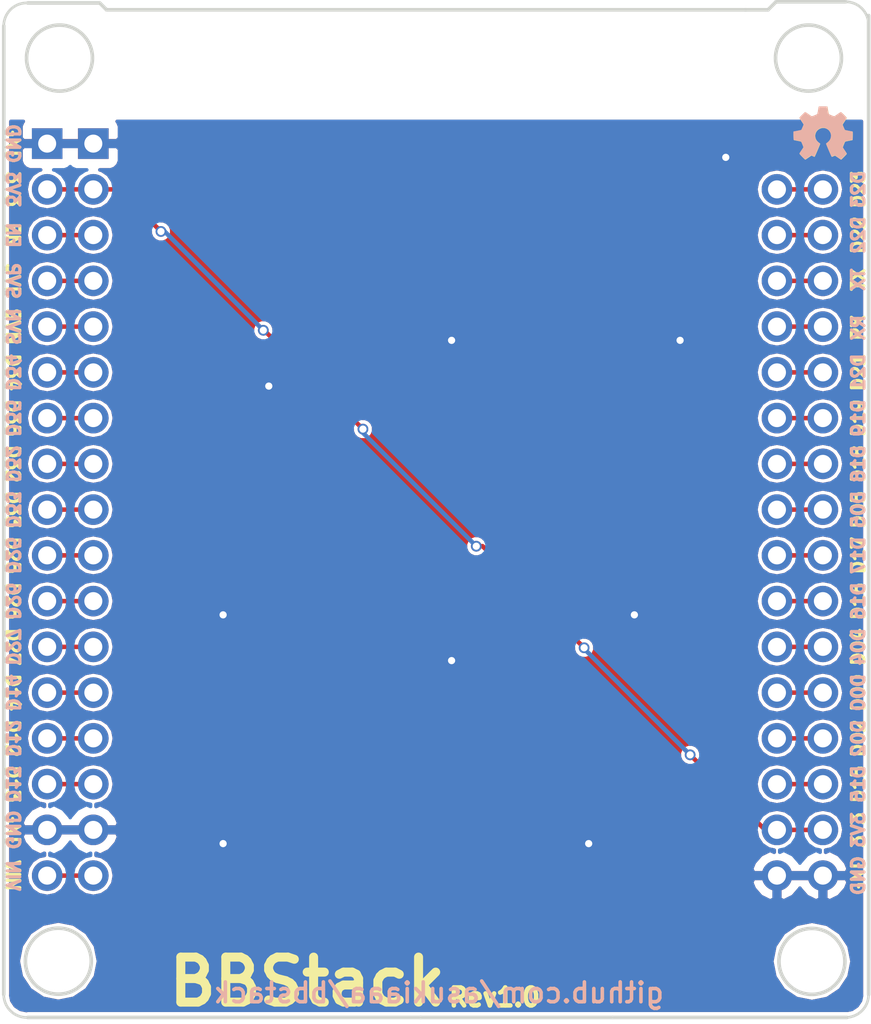
<source format=kicad_pcb>
(kicad_pcb (version 4) (host pcbnew 4.0.6-e0-6349~52~ubuntu16.10.1)

  (general
    (links 36)
    (no_connects 0)
    (area 147.346999 63.145999 195.616501 119.734001)
    (thickness 1.6)
    (drawings 88)
    (tracks 91)
    (zones 0)
    (modules 6)
    (nets 31)
  )

  (page A4)
  (title_block
    (title Bbstack)
    (date 2017-04-20)
    (rev 1.0)
  )

  (layers
    (0 F.Cu signal)
    (31 B.Cu signal)
    (32 B.Adhes user)
    (33 F.Adhes user)
    (34 B.Paste user)
    (35 F.Paste user)
    (36 B.SilkS user)
    (37 F.SilkS user)
    (38 B.Mask user)
    (39 F.Mask user)
    (40 Dwgs.User user)
    (41 Cmts.User user)
    (42 Eco1.User user)
    (43 Eco2.User user)
    (44 Edge.Cuts user)
    (45 Margin user)
    (46 B.CrtYd user)
    (47 F.CrtYd user)
    (48 B.Fab user)
    (49 F.Fab user)
  )

  (setup
    (last_trace_width 0.25)
    (trace_clearance 0.2)
    (zone_clearance 0.2)
    (zone_45_only yes)
    (trace_min 0.2)
    (segment_width 0.2)
    (edge_width 0.2)
    (via_size 0.6)
    (via_drill 0.4)
    (via_min_size 0.4)
    (via_min_drill 0.3)
    (uvia_size 0.3)
    (uvia_drill 0.1)
    (uvias_allowed no)
    (uvia_min_size 0.2)
    (uvia_min_drill 0.1)
    (pcb_text_width 0.3)
    (pcb_text_size 1.5 1.5)
    (mod_edge_width 0.15)
    (mod_text_size 1 1)
    (mod_text_width 0.15)
    (pad_size 1.7 1.7)
    (pad_drill 1)
    (pad_to_mask_clearance 0.2)
    (aux_axis_origin 0 0)
    (grid_origin 167.259 79.502)
    (visible_elements FFFFFF7F)
    (pcbplotparams
      (layerselection 0x010f0_80000001)
      (usegerberextensions true)
      (excludeedgelayer true)
      (linewidth 0.100000)
      (plotframeref false)
      (viasonmask false)
      (mode 1)
      (useauxorigin false)
      (hpglpennumber 1)
      (hpglpenspeed 20)
      (hpglpendiameter 15)
      (hpglpenoverlay 2)
      (psnegative false)
      (psa4output false)
      (plotreference true)
      (plotvalue true)
      (plotinvisibletext false)
      (padsonsilk false)
      (subtractmaskfromsilk true)
      (outputformat 1)
      (mirror false)
      (drillshape 0)
      (scaleselection 1)
      (outputdirectory plots/))
  )

  (net 0 "")
  (net 1 +3V3)
  (net 2 GND)
  (net 3 VCC)
  (net 4 RXDtoTXD0)
  (net 5 TXDtoRXD0)
  (net 6 EN)
  (net 7 SVP)
  (net 8 SVN)
  (net 9 IO34)
  (net 10 IO35)
  (net 11 IO32)
  (net 12 IO33)
  (net 13 IO25)
  (net 14 IO26)
  (net 15 IO27)
  (net 16 IO14)
  (net 17 IO12)
  (net 18 IO13)
  (net 19 IO23)
  (net 20 IO22)
  (net 21 IO21)
  (net 22 IO19)
  (net 23 IO18)
  (net 24 IO5)
  (net 25 IO17)
  (net 26 IO16)
  (net 27 IO4)
  (net 28 IO2)
  (net 29 IO15)
  (net 30 "IO0(boot)")

  (net_class Default "This is the default net class."
    (clearance 0.2)
    (trace_width 0.25)
    (via_dia 0.6)
    (via_drill 0.4)
    (uvia_dia 0.3)
    (uvia_drill 0.1)
    (add_net +3V3)
    (add_net EN)
    (add_net GND)
    (add_net "IO0(boot)")
    (add_net IO12)
    (add_net IO13)
    (add_net IO14)
    (add_net IO15)
    (add_net IO16)
    (add_net IO17)
    (add_net IO18)
    (add_net IO19)
    (add_net IO2)
    (add_net IO21)
    (add_net IO22)
    (add_net IO23)
    (add_net IO25)
    (add_net IO26)
    (add_net IO27)
    (add_net IO32)
    (add_net IO33)
    (add_net IO34)
    (add_net IO35)
    (add_net IO4)
    (add_net IO5)
    (add_net RXDtoTXD0)
    (add_net SVN)
    (add_net SVP)
    (add_net TXDtoRXD0)
    (add_net VCC)
  )

  (module osh-logo:osh-logo-3p4mm (layer B.Cu) (tedit 0) (tstamp 58F8CBF0)
    (at 192.9892 70.5358 180)
    (fp_text reference G*** (at 0 0 180) (layer B.SilkS) hide
      (effects (font (thickness 0.3)) (justify mirror))
    )
    (fp_text value LOGO (at 0.75 0 180) (layer B.SilkS) hide
      (effects (font (thickness 0.3)) (justify mirror))
    )
    (fp_poly (pts (xy 0.275625 1.278283) (xy 0.28777 1.213229) (xy 0.299235 1.154924) (xy 0.309227 1.107164)
      (xy 0.316955 1.073748) (xy 0.321479 1.058739) (xy 0.334974 1.047928) (xy 0.364634 1.031911)
      (xy 0.405827 1.012571) (xy 0.453918 0.991794) (xy 0.504273 0.971462) (xy 0.552259 0.953459)
      (xy 0.593242 0.939671) (xy 0.622588 0.931979) (xy 0.634528 0.931465) (xy 0.648514 0.939502)
      (xy 0.677391 0.957992) (xy 0.717907 0.984788) (xy 0.766812 1.017745) (xy 0.814003 1.049997)
      (xy 0.867479 1.086534) (xy 0.915302 1.118756) (xy 0.954253 1.144529) (xy 0.981112 1.161719)
      (xy 0.992188 1.168053) (xy 1.004331 1.162411) (xy 1.028606 1.143465) (xy 1.062105 1.11409)
      (xy 1.101921 1.077157) (xy 1.145148 1.03554) (xy 1.188877 0.992112) (xy 1.230202 0.949745)
      (xy 1.266215 0.911314) (xy 1.294009 0.87969) (xy 1.310678 0.857747) (xy 1.314174 0.849856)
      (xy 1.30818 0.835579) (xy 1.291517 0.806387) (xy 1.266162 0.76547) (xy 1.23409 0.716022)
      (xy 1.198218 0.662609) (xy 1.161555 0.608182) (xy 1.12966 0.559476) (xy 1.104502 0.519609)
      (xy 1.088047 0.491696) (xy 1.082261 0.478927) (xy 1.086511 0.463964) (xy 1.097947 0.433512)
      (xy 1.114592 0.392184) (xy 1.134475 0.344589) (xy 1.155619 0.295339) (xy 1.176053 0.249044)
      (xy 1.1938 0.210315) (xy 1.206888 0.183762) (xy 1.212629 0.174432) (xy 1.224679 0.170659)
      (xy 1.254359 0.163635) (xy 1.297591 0.154178) (xy 1.350297 0.143108) (xy 1.408397 0.131244)
      (xy 1.467815 0.119404) (xy 1.524471 0.108407) (xy 1.574288 0.099072) (xy 1.613185 0.092218)
      (xy 1.637087 0.088664) (xy 1.641401 0.088348) (xy 1.643715 0.077972) (xy 1.645264 0.049478)
      (xy 1.64611 0.006822) (xy 1.646312 -0.046041) (xy 1.64593 -0.105158) (xy 1.645023 -0.166573)
      (xy 1.643652 -0.226331) (xy 1.641875 -0.280478) (xy 1.639753 -0.325059) (xy 1.637345 -0.35612)
      (xy 1.634712 -0.369706) (xy 1.63448 -0.369929) (xy 1.620515 -0.374079) (xy 1.588527 -0.381411)
      (xy 1.542222 -0.391144) (xy 1.485306 -0.402495) (xy 1.429355 -0.413208) (xy 1.364876 -0.426013)
      (xy 1.308077 -0.438601) (xy 1.26264 -0.450055) (xy 1.232244 -0.459459) (xy 1.221087 -0.46504)
      (xy 1.212051 -0.480596) (xy 1.197318 -0.512066) (xy 1.178783 -0.554756) (xy 1.158336 -0.603971)
      (xy 1.137872 -0.655013) (xy 1.119282 -0.703188) (xy 1.104459 -0.743801) (xy 1.095296 -0.772154)
      (xy 1.093263 -0.782171) (xy 1.099295 -0.795653) (xy 1.116001 -0.823962) (xy 1.141335 -0.863866)
      (xy 1.173256 -0.912133) (xy 1.203739 -0.956883) (xy 1.239683 -1.010002) (xy 1.270735 -1.057845)
      (xy 1.29484 -1.097085) (xy 1.309945 -1.124397) (xy 1.314174 -1.135643) (xy 1.306729 -1.14804)
      (xy 1.286335 -1.172761) (xy 1.2559 -1.206816) (xy 1.218336 -1.247211) (xy 1.176551 -1.290955)
      (xy 1.133455 -1.335056) (xy 1.091959 -1.376522) (xy 1.054972 -1.41236) (xy 1.025403 -1.439578)
      (xy 1.006163 -1.455185) (xy 1.000935 -1.457739) (xy 0.989182 -1.451779) (xy 0.962489 -1.435276)
      (xy 0.924049 -1.410296) (xy 0.877055 -1.378906) (xy 0.838293 -1.35252) (xy 0.786184 -1.317082)
      (xy 0.739484 -1.285899) (xy 0.701621 -1.261216) (xy 0.676023 -1.245275) (xy 0.66714 -1.240483)
      (xy 0.648945 -1.241741) (xy 0.617469 -1.251497) (xy 0.578887 -1.26779) (xy 0.574261 -1.27)
      (xy 0.536074 -1.286809) (xy 0.504354 -1.297758) (xy 0.485199 -1.300793) (xy 0.483815 -1.30045)
      (xy 0.47719 -1.289714) (xy 0.463348 -1.261404) (xy 0.443505 -1.218358) (xy 0.418877 -1.163415)
      (xy 0.390678 -1.099416) (xy 0.360126 -1.029199) (xy 0.328435 -0.955604) (xy 0.296821 -0.881469)
      (xy 0.2665 -0.809635) (xy 0.238687 -0.74294) (xy 0.214598 -0.684224) (xy 0.195449 -0.636325)
      (xy 0.182455 -0.602084) (xy 0.176831 -0.584339) (xy 0.176696 -0.583135) (xy 0.184969 -0.57395)
      (xy 0.20706 -0.555233) (xy 0.238877 -0.53038) (xy 0.253573 -0.51936) (xy 0.330537 -0.450235)
      (xy 0.389124 -0.372168) (xy 0.429154 -0.287651) (xy 0.450447 -0.199175) (xy 0.452823 -0.109232)
      (xy 0.436104 -0.020313) (xy 0.400108 0.065091) (xy 0.344658 0.144487) (xy 0.304421 0.185968)
      (xy 0.22826 0.242614) (xy 0.146448 0.279805) (xy 0.061448 0.298628) (xy -0.024274 0.300171)
      (xy -0.108256 0.285522) (xy -0.188033 0.255767) (xy -0.261141 0.211994) (xy -0.325116 0.15529)
      (xy -0.377494 0.086743) (xy -0.415811 0.007439) (xy -0.437602 -0.081534) (xy -0.441739 -0.143289)
      (xy -0.431299 -0.242212) (xy -0.400193 -0.333644) (xy -0.348741 -0.416983) (xy -0.277263 -0.491624)
      (xy -0.242529 -0.51936) (xy -0.207941 -0.545731) (xy -0.181424 -0.567338) (xy -0.167071 -0.580786)
      (xy -0.165652 -0.583135) (xy -0.169854 -0.597753) (xy -0.181647 -0.629358) (xy -0.199817 -0.675111)
      (xy -0.223145 -0.732172) (xy -0.250415 -0.797702) (xy -0.280411 -0.868862) (xy -0.311915 -0.942812)
      (xy -0.343712 -1.016714) (xy -0.374584 -1.087727) (xy -0.403315 -1.153012) (xy -0.428689 -1.209731)
      (xy -0.449487 -1.255043) (xy -0.464495 -1.286109) (xy -0.472495 -1.300091) (xy -0.473076 -1.300567)
      (xy -0.489823 -1.298762) (xy -0.520157 -1.288581) (xy -0.558196 -1.27208) (xy -0.56738 -1.267625)
      (xy -0.646043 -1.228681) (xy -0.813446 -1.34321) (xy -0.867123 -1.379597) (xy -0.914703 -1.411215)
      (xy -0.953142 -1.436092) (xy -0.979391 -1.452254) (xy -0.99029 -1.457739) (xy -1.000664 -1.450268)
      (xy -1.023989 -1.429454) (xy -1.057724 -1.397694) (xy -1.099326 -1.357387) (xy -1.146253 -1.31093)
      (xy -1.15143 -1.305748) (xy -1.198454 -1.257723) (xy -1.239547 -1.214016) (xy -1.272291 -1.17734)
      (xy -1.294271 -1.150412) (xy -1.303068 -1.135945) (xy -1.30313 -1.135352) (xy -1.297091 -1.120609)
      (xy -1.280342 -1.09116) (xy -1.254938 -1.050322) (xy -1.222933 -1.001415) (xy -1.192695 -0.956883)
      (xy -1.156814 -0.904082) (xy -1.125798 -0.856922) (xy -1.101691 -0.818635) (xy -1.086536 -0.792454)
      (xy -1.08222 -0.782171) (xy -1.086318 -0.765138) (xy -1.097396 -0.732573) (xy -1.11356 -0.689173)
      (xy -1.132918 -0.639633) (xy -1.153577 -0.588649) (xy -1.173644 -0.540916) (xy -1.191227 -0.50113)
      (xy -1.204434 -0.473986) (xy -1.210043 -0.46504) (xy -1.225203 -0.458026) (xy -1.258452 -0.448203)
      (xy -1.306109 -0.436488) (xy -1.364493 -0.423798) (xy -1.418311 -0.413208) (xy -1.481503 -0.401079)
      (xy -1.537345 -0.389879) (xy -1.582134 -0.380393) (xy -1.612162 -0.3734) (xy -1.623436 -0.369929)
      (xy -1.626086 -0.358011) (xy -1.628515 -0.328282) (xy -1.630663 -0.284696) (xy -1.632472 -0.231209)
      (xy -1.63388 -0.171774) (xy -1.634829 -0.110346) (xy -1.635258 -0.050881) (xy -1.635108 0.002668)
      (xy -1.634319 0.046346) (xy -1.632831 0.076198) (xy -1.630585 0.088269) (xy -1.630358 0.088348)
      (xy -1.613257 0.090427) (xy -1.579603 0.096118) (xy -1.533473 0.104603) (xy -1.478947 0.115062)
      (xy -1.420102 0.126677) (xy -1.361017 0.138628) (xy -1.305771 0.150098) (xy -1.258441 0.160267)
      (xy -1.223106 0.168317) (xy -1.203845 0.173428) (xy -1.201585 0.174432) (xy -1.193564 0.18813)
      (xy -1.179327 0.217641) (xy -1.160847 0.258354) (xy -1.140099 0.305658) (xy -1.119056 0.354943)
      (xy -1.099694 0.401597) (xy -1.083985 0.441011) (xy -1.073904 0.468573) (xy -1.071217 0.478927)
      (xy -1.077192 0.492041) (xy -1.093806 0.520175) (xy -1.11909 0.560212) (xy -1.151079 0.609037)
      (xy -1.187174 0.662609) (xy -1.223892 0.717304) (xy -1.255824 0.766582) (xy -1.280991 0.807251)
      (xy -1.297418 0.836118) (xy -1.30313 0.849856) (xy -1.295617 0.863639) (xy -1.275015 0.889042)
      (xy -1.244231 0.923192) (xy -1.206174 0.963217) (xy -1.163749 1.006244) (xy -1.119864 1.049398)
      (xy -1.077427 1.089809) (xy -1.039344 1.124601) (xy -1.008523 1.150903) (xy -0.987871 1.165842)
      (xy -0.981144 1.168053) (xy -0.967591 1.16018) (xy -0.939111 1.141848) (xy -0.898926 1.115189)
      (xy -0.850255 1.082337) (xy -0.80296 1.049997) (xy -0.749375 1.013408) (xy -0.701332 0.981097)
      (xy -0.662079 0.955211) (xy -0.634868 0.937898) (xy -0.623484 0.931465) (xy -0.606679 0.932972)
      (xy -0.574558 0.942073) (xy -0.531754 0.956884) (xy -0.482901 0.97552) (xy -0.432633 0.996098)
      (xy -0.385584 1.016733) (xy -0.346387 1.035543) (xy -0.319677 1.050642) (xy -0.310435 1.058739)
      (xy -0.3056 1.074982) (xy -0.297744 1.109182) (xy -0.287662 1.157542) (xy -0.276145 1.216263)
      (xy -0.264581 1.278283) (xy -0.227912 1.479826) (xy 0.238956 1.479826) (xy 0.275625 1.278283)) (layer B.SilkS) (width 0.01))
  )

  (module osh-logo:osh-logo-3p4mm (layer F.Cu) (tedit 0) (tstamp 5898959F)
    (at 192.9892 70.5485)
    (fp_text reference G*** (at 0 0) (layer F.SilkS) hide
      (effects (font (thickness 0.3)))
    )
    (fp_text value LOGO (at 0.75 0) (layer F.SilkS) hide
      (effects (font (thickness 0.3)))
    )
    (fp_poly (pts (xy 0.275625 -1.278283) (xy 0.28777 -1.213229) (xy 0.299235 -1.154924) (xy 0.309227 -1.107164)
      (xy 0.316955 -1.073748) (xy 0.321479 -1.058739) (xy 0.334974 -1.047928) (xy 0.364634 -1.031911)
      (xy 0.405827 -1.012571) (xy 0.453918 -0.991794) (xy 0.504273 -0.971462) (xy 0.552259 -0.953459)
      (xy 0.593242 -0.939671) (xy 0.622588 -0.931979) (xy 0.634528 -0.931465) (xy 0.648514 -0.939502)
      (xy 0.677391 -0.957992) (xy 0.717907 -0.984788) (xy 0.766812 -1.017745) (xy 0.814003 -1.049997)
      (xy 0.867479 -1.086534) (xy 0.915302 -1.118756) (xy 0.954253 -1.144529) (xy 0.981112 -1.161719)
      (xy 0.992188 -1.168053) (xy 1.004331 -1.162411) (xy 1.028606 -1.143465) (xy 1.062105 -1.11409)
      (xy 1.101921 -1.077157) (xy 1.145148 -1.03554) (xy 1.188877 -0.992112) (xy 1.230202 -0.949745)
      (xy 1.266215 -0.911314) (xy 1.294009 -0.87969) (xy 1.310678 -0.857747) (xy 1.314174 -0.849856)
      (xy 1.30818 -0.835579) (xy 1.291517 -0.806387) (xy 1.266162 -0.76547) (xy 1.23409 -0.716022)
      (xy 1.198218 -0.662609) (xy 1.161555 -0.608182) (xy 1.12966 -0.559476) (xy 1.104502 -0.519609)
      (xy 1.088047 -0.491696) (xy 1.082261 -0.478927) (xy 1.086511 -0.463964) (xy 1.097947 -0.433512)
      (xy 1.114592 -0.392184) (xy 1.134475 -0.344589) (xy 1.155619 -0.295339) (xy 1.176053 -0.249044)
      (xy 1.1938 -0.210315) (xy 1.206888 -0.183762) (xy 1.212629 -0.174432) (xy 1.224679 -0.170659)
      (xy 1.254359 -0.163635) (xy 1.297591 -0.154178) (xy 1.350297 -0.143108) (xy 1.408397 -0.131244)
      (xy 1.467815 -0.119404) (xy 1.524471 -0.108407) (xy 1.574288 -0.099072) (xy 1.613185 -0.092218)
      (xy 1.637087 -0.088664) (xy 1.641401 -0.088348) (xy 1.643715 -0.077972) (xy 1.645264 -0.049478)
      (xy 1.64611 -0.006822) (xy 1.646312 0.046041) (xy 1.64593 0.105158) (xy 1.645023 0.166573)
      (xy 1.643652 0.226331) (xy 1.641875 0.280478) (xy 1.639753 0.325059) (xy 1.637345 0.35612)
      (xy 1.634712 0.369706) (xy 1.63448 0.369929) (xy 1.620515 0.374079) (xy 1.588527 0.381411)
      (xy 1.542222 0.391144) (xy 1.485306 0.402495) (xy 1.429355 0.413208) (xy 1.364876 0.426013)
      (xy 1.308077 0.438601) (xy 1.26264 0.450055) (xy 1.232244 0.459459) (xy 1.221087 0.46504)
      (xy 1.212051 0.480596) (xy 1.197318 0.512066) (xy 1.178783 0.554756) (xy 1.158336 0.603971)
      (xy 1.137872 0.655013) (xy 1.119282 0.703188) (xy 1.104459 0.743801) (xy 1.095296 0.772154)
      (xy 1.093263 0.782171) (xy 1.099295 0.795653) (xy 1.116001 0.823962) (xy 1.141335 0.863866)
      (xy 1.173256 0.912133) (xy 1.203739 0.956883) (xy 1.239683 1.010002) (xy 1.270735 1.057845)
      (xy 1.29484 1.097085) (xy 1.309945 1.124397) (xy 1.314174 1.135643) (xy 1.306729 1.14804)
      (xy 1.286335 1.172761) (xy 1.2559 1.206816) (xy 1.218336 1.247211) (xy 1.176551 1.290955)
      (xy 1.133455 1.335056) (xy 1.091959 1.376522) (xy 1.054972 1.41236) (xy 1.025403 1.439578)
      (xy 1.006163 1.455185) (xy 1.000935 1.457739) (xy 0.989182 1.451779) (xy 0.962489 1.435276)
      (xy 0.924049 1.410296) (xy 0.877055 1.378906) (xy 0.838293 1.35252) (xy 0.786184 1.317082)
      (xy 0.739484 1.285899) (xy 0.701621 1.261216) (xy 0.676023 1.245275) (xy 0.66714 1.240483)
      (xy 0.648945 1.241741) (xy 0.617469 1.251497) (xy 0.578887 1.26779) (xy 0.574261 1.27)
      (xy 0.536074 1.286809) (xy 0.504354 1.297758) (xy 0.485199 1.300793) (xy 0.483815 1.30045)
      (xy 0.47719 1.289714) (xy 0.463348 1.261404) (xy 0.443505 1.218358) (xy 0.418877 1.163415)
      (xy 0.390678 1.099416) (xy 0.360126 1.029199) (xy 0.328435 0.955604) (xy 0.296821 0.881469)
      (xy 0.2665 0.809635) (xy 0.238687 0.74294) (xy 0.214598 0.684224) (xy 0.195449 0.636325)
      (xy 0.182455 0.602084) (xy 0.176831 0.584339) (xy 0.176696 0.583135) (xy 0.184969 0.57395)
      (xy 0.20706 0.555233) (xy 0.238877 0.53038) (xy 0.253573 0.51936) (xy 0.330537 0.450235)
      (xy 0.389124 0.372168) (xy 0.429154 0.287651) (xy 0.450447 0.199175) (xy 0.452823 0.109232)
      (xy 0.436104 0.020313) (xy 0.400108 -0.065091) (xy 0.344658 -0.144487) (xy 0.304421 -0.185968)
      (xy 0.22826 -0.242614) (xy 0.146448 -0.279805) (xy 0.061448 -0.298628) (xy -0.024274 -0.300171)
      (xy -0.108256 -0.285522) (xy -0.188033 -0.255767) (xy -0.261141 -0.211994) (xy -0.325116 -0.15529)
      (xy -0.377494 -0.086743) (xy -0.415811 -0.007439) (xy -0.437602 0.081534) (xy -0.441739 0.143289)
      (xy -0.431299 0.242212) (xy -0.400193 0.333644) (xy -0.348741 0.416983) (xy -0.277263 0.491624)
      (xy -0.242529 0.51936) (xy -0.207941 0.545731) (xy -0.181424 0.567338) (xy -0.167071 0.580786)
      (xy -0.165652 0.583135) (xy -0.169854 0.597753) (xy -0.181647 0.629358) (xy -0.199817 0.675111)
      (xy -0.223145 0.732172) (xy -0.250415 0.797702) (xy -0.280411 0.868862) (xy -0.311915 0.942812)
      (xy -0.343712 1.016714) (xy -0.374584 1.087727) (xy -0.403315 1.153012) (xy -0.428689 1.209731)
      (xy -0.449487 1.255043) (xy -0.464495 1.286109) (xy -0.472495 1.300091) (xy -0.473076 1.300567)
      (xy -0.489823 1.298762) (xy -0.520157 1.288581) (xy -0.558196 1.27208) (xy -0.56738 1.267625)
      (xy -0.646043 1.228681) (xy -0.813446 1.34321) (xy -0.867123 1.379597) (xy -0.914703 1.411215)
      (xy -0.953142 1.436092) (xy -0.979391 1.452254) (xy -0.99029 1.457739) (xy -1.000664 1.450268)
      (xy -1.023989 1.429454) (xy -1.057724 1.397694) (xy -1.099326 1.357387) (xy -1.146253 1.31093)
      (xy -1.15143 1.305748) (xy -1.198454 1.257723) (xy -1.239547 1.214016) (xy -1.272291 1.17734)
      (xy -1.294271 1.150412) (xy -1.303068 1.135945) (xy -1.30313 1.135352) (xy -1.297091 1.120609)
      (xy -1.280342 1.09116) (xy -1.254938 1.050322) (xy -1.222933 1.001415) (xy -1.192695 0.956883)
      (xy -1.156814 0.904082) (xy -1.125798 0.856922) (xy -1.101691 0.818635) (xy -1.086536 0.792454)
      (xy -1.08222 0.782171) (xy -1.086318 0.765138) (xy -1.097396 0.732573) (xy -1.11356 0.689173)
      (xy -1.132918 0.639633) (xy -1.153577 0.588649) (xy -1.173644 0.540916) (xy -1.191227 0.50113)
      (xy -1.204434 0.473986) (xy -1.210043 0.46504) (xy -1.225203 0.458026) (xy -1.258452 0.448203)
      (xy -1.306109 0.436488) (xy -1.364493 0.423798) (xy -1.418311 0.413208) (xy -1.481503 0.401079)
      (xy -1.537345 0.389879) (xy -1.582134 0.380393) (xy -1.612162 0.3734) (xy -1.623436 0.369929)
      (xy -1.626086 0.358011) (xy -1.628515 0.328282) (xy -1.630663 0.284696) (xy -1.632472 0.231209)
      (xy -1.63388 0.171774) (xy -1.634829 0.110346) (xy -1.635258 0.050881) (xy -1.635108 -0.002668)
      (xy -1.634319 -0.046346) (xy -1.632831 -0.076198) (xy -1.630585 -0.088269) (xy -1.630358 -0.088348)
      (xy -1.613257 -0.090427) (xy -1.579603 -0.096118) (xy -1.533473 -0.104603) (xy -1.478947 -0.115062)
      (xy -1.420102 -0.126677) (xy -1.361017 -0.138628) (xy -1.305771 -0.150098) (xy -1.258441 -0.160267)
      (xy -1.223106 -0.168317) (xy -1.203845 -0.173428) (xy -1.201585 -0.174432) (xy -1.193564 -0.18813)
      (xy -1.179327 -0.217641) (xy -1.160847 -0.258354) (xy -1.140099 -0.305658) (xy -1.119056 -0.354943)
      (xy -1.099694 -0.401597) (xy -1.083985 -0.441011) (xy -1.073904 -0.468573) (xy -1.071217 -0.478927)
      (xy -1.077192 -0.492041) (xy -1.093806 -0.520175) (xy -1.11909 -0.560212) (xy -1.151079 -0.609037)
      (xy -1.187174 -0.662609) (xy -1.223892 -0.717304) (xy -1.255824 -0.766582) (xy -1.280991 -0.807251)
      (xy -1.297418 -0.836118) (xy -1.30313 -0.849856) (xy -1.295617 -0.863639) (xy -1.275015 -0.889042)
      (xy -1.244231 -0.923192) (xy -1.206174 -0.963217) (xy -1.163749 -1.006244) (xy -1.119864 -1.049398)
      (xy -1.077427 -1.089809) (xy -1.039344 -1.124601) (xy -1.008523 -1.150903) (xy -0.987871 -1.165842)
      (xy -0.981144 -1.168053) (xy -0.967591 -1.16018) (xy -0.939111 -1.141848) (xy -0.898926 -1.115189)
      (xy -0.850255 -1.082337) (xy -0.80296 -1.049997) (xy -0.749375 -1.013408) (xy -0.701332 -0.981097)
      (xy -0.662079 -0.955211) (xy -0.634868 -0.937898) (xy -0.623484 -0.931465) (xy -0.606679 -0.932972)
      (xy -0.574558 -0.942073) (xy -0.531754 -0.956884) (xy -0.482901 -0.97552) (xy -0.432633 -0.996098)
      (xy -0.385584 -1.016733) (xy -0.346387 -1.035543) (xy -0.319677 -1.050642) (xy -0.310435 -1.058739)
      (xy -0.3056 -1.074982) (xy -0.297744 -1.109182) (xy -0.287662 -1.157542) (xy -0.276145 -1.216263)
      (xy -0.264581 -1.278283) (xy -0.227912 -1.479826) (xy 0.238956 -1.479826) (xy 0.275625 -1.278283)) (layer F.SilkS) (width 0.01))
  )

  (module common:Pin_Header_Straight_1x17_Pitch2.54mm (layer F.Cu) (tedit 58F74C61) (tstamp 58F73B8F)
    (at 149.86 71.12)
    (descr "Through hole straight pin header, 1x17, 2.54mm pitch, single row")
    (tags "Through hole pin header THT 1x17 2.54mm single row")
    (path /58A7A438)
    (fp_text reference J1 (at 0 -2.39) (layer F.SilkS) hide
      (effects (font (size 1 1) (thickness 0.15)))
    )
    (fp_text value CONN_01X17 (at 0 43.03) (layer F.Fab) hide
      (effects (font (size 1 1) (thickness 0.15)))
    )
    (fp_line (start -1.27 -1.27) (end -1.27 41.91) (layer F.Fab) (width 0.1))
    (fp_line (start -1.27 41.91) (end 1.27 41.91) (layer F.Fab) (width 0.1))
    (fp_line (start 1.27 41.91) (end 1.27 -1.27) (layer F.Fab) (width 0.1))
    (fp_line (start 1.27 -1.27) (end -1.27 -1.27) (layer F.Fab) (width 0.1))
    (fp_line (start -1.6 -1.6) (end -1.6 42.2) (layer F.CrtYd) (width 0.05))
    (fp_line (start -1.6 42.2) (end 1.6 42.2) (layer F.CrtYd) (width 0.05))
    (fp_line (start 1.6 42.2) (end 1.6 -1.6) (layer F.CrtYd) (width 0.05))
    (fp_line (start 1.6 -1.6) (end -1.6 -1.6) (layer F.CrtYd) (width 0.05))
    (pad 1 thru_hole rect (at 0 0) (size 1.7 1.7) (drill 1) (layers *.Cu *.Mask)
      (net 2 GND))
    (pad 2 thru_hole oval (at 0 2.54) (size 1.7 1.7) (drill 1) (layers *.Cu *.Mask)
      (net 1 +3V3))
    (pad 3 thru_hole oval (at 0 5.08) (size 1.7 1.7) (drill 1) (layers *.Cu *.Mask)
      (net 6 EN))
    (pad 4 thru_hole oval (at 0 7.62) (size 1.7 1.7) (drill 1) (layers *.Cu *.Mask)
      (net 7 SVP))
    (pad 5 thru_hole oval (at 0 10.16) (size 1.7 1.7) (drill 1) (layers *.Cu *.Mask)
      (net 8 SVN))
    (pad 6 thru_hole oval (at 0 12.7) (size 1.7 1.7) (drill 1) (layers *.Cu *.Mask)
      (net 9 IO34))
    (pad 7 thru_hole oval (at 0 15.24) (size 1.7 1.7) (drill 1) (layers *.Cu *.Mask)
      (net 10 IO35))
    (pad 8 thru_hole oval (at 0 17.78) (size 1.7 1.7) (drill 1) (layers *.Cu *.Mask)
      (net 11 IO32))
    (pad 9 thru_hole oval (at 0 20.32) (size 1.7 1.7) (drill 1) (layers *.Cu *.Mask)
      (net 12 IO33))
    (pad 10 thru_hole oval (at 0 22.86) (size 1.7 1.7) (drill 1) (layers *.Cu *.Mask)
      (net 13 IO25))
    (pad 11 thru_hole oval (at 0 25.4) (size 1.7 1.7) (drill 1) (layers *.Cu *.Mask)
      (net 14 IO26))
    (pad 12 thru_hole oval (at 0 27.94) (size 1.7 1.7) (drill 1) (layers *.Cu *.Mask)
      (net 15 IO27))
    (pad 13 thru_hole oval (at 0 30.48) (size 1.7 1.7) (drill 1) (layers *.Cu *.Mask)
      (net 16 IO14))
    (pad 14 thru_hole oval (at 0 33.02) (size 1.7 1.7) (drill 1) (layers *.Cu *.Mask)
      (net 17 IO12))
    (pad 15 thru_hole oval (at 0 35.56) (size 1.7 1.7) (drill 1) (layers *.Cu *.Mask)
      (net 18 IO13))
    (pad 16 thru_hole oval (at 0 38.1) (size 1.7 1.7) (drill 1) (layers *.Cu *.Mask)
      (net 2 GND))
    (pad 17 thru_hole oval (at 0 40.64) (size 1.7 1.7) (drill 1) (layers *.Cu *.Mask)
      (net 3 VCC))
    (model Pin_Headers.3dshapes/Pin_Header_Straight_1x17_Pitch2.54mm.wrl
      (at (xyz 0 -0.8 0))
      (scale (xyz 1 1 1))
      (rotate (xyz 0 0 90))
    )
  )

  (module common:Pin_Header_Straight_1x16_Pitch2.54mm (layer F.Cu) (tedit 58F8C31F) (tstamp 58F73BAB)
    (at 192.9765 73.66)
    (descr "Through hole straight pin header, 1x16, 2.54mm pitch, single row")
    (tags "Through hole pin header THT 1x16 2.54mm single row")
    (path /58F6F413)
    (fp_text reference J2 (at 0 -2.39) (layer F.SilkS) hide
      (effects (font (size 1 1) (thickness 0.15)))
    )
    (fp_text value CONN_01X16 (at 0 40.49) (layer F.Fab) hide
      (effects (font (size 1 1) (thickness 0.15)))
    )
    (fp_line (start -1.27 -1.27) (end -1.27 39.37) (layer F.Fab) (width 0.1))
    (fp_line (start -1.27 39.37) (end 1.27 39.37) (layer F.Fab) (width 0.1))
    (fp_line (start 1.27 39.37) (end 1.27 -1.27) (layer F.Fab) (width 0.1))
    (fp_line (start 1.27 -1.27) (end -1.27 -1.27) (layer F.Fab) (width 0.1))
    (fp_line (start -1.6 -1.6) (end -1.6 39.7) (layer F.CrtYd) (width 0.05))
    (fp_line (start -1.6 39.7) (end 1.6 39.7) (layer F.CrtYd) (width 0.05))
    (fp_line (start 1.6 39.7) (end 1.6 -1.6) (layer F.CrtYd) (width 0.05))
    (fp_line (start 1.6 -1.6) (end -1.6 -1.6) (layer F.CrtYd) (width 0.05))
    (pad 1 thru_hole oval (at 0 0) (size 1.7 1.7) (drill 1) (layers *.Cu *.Mask)
      (net 19 IO23))
    (pad 2 thru_hole oval (at 0 2.54) (size 1.7 1.7) (drill 1) (layers *.Cu *.Mask)
      (net 20 IO22))
    (pad 3 thru_hole oval (at 0 5.08) (size 1.7 1.7) (drill 1) (layers *.Cu *.Mask)
      (net 4 RXDtoTXD0))
    (pad 4 thru_hole oval (at 0 7.62) (size 1.7 1.7) (drill 1) (layers *.Cu *.Mask)
      (net 5 TXDtoRXD0))
    (pad 5 thru_hole oval (at 0 10.16) (size 1.7 1.7) (drill 1) (layers *.Cu *.Mask)
      (net 21 IO21))
    (pad 6 thru_hole oval (at 0 12.7) (size 1.7 1.7) (drill 1) (layers *.Cu *.Mask)
      (net 22 IO19))
    (pad 7 thru_hole oval (at 0 15.24) (size 1.7 1.7) (drill 1) (layers *.Cu *.Mask)
      (net 23 IO18))
    (pad 8 thru_hole oval (at 0 17.78) (size 1.7 1.7) (drill 1) (layers *.Cu *.Mask)
      (net 24 IO5))
    (pad 9 thru_hole oval (at 0 20.32) (size 1.7 1.7) (drill 1) (layers *.Cu *.Mask)
      (net 25 IO17))
    (pad 10 thru_hole oval (at 0 22.86) (size 1.7 1.7) (drill 1) (layers *.Cu *.Mask)
      (net 26 IO16))
    (pad 11 thru_hole oval (at 0 25.4) (size 1.7 1.7) (drill 1) (layers *.Cu *.Mask)
      (net 27 IO4))
    (pad 12 thru_hole oval (at 0 27.94) (size 1.7 1.7) (drill 1) (layers *.Cu *.Mask)
      (net 30 "IO0(boot)"))
    (pad 13 thru_hole oval (at 0 30.48) (size 1.7 1.7) (drill 1) (layers *.Cu *.Mask)
      (net 28 IO2))
    (pad 14 thru_hole oval (at 0 33.02) (size 1.7 1.7) (drill 1) (layers *.Cu *.Mask)
      (net 29 IO15))
    (pad 15 thru_hole oval (at 0 35.56) (size 1.7 1.7) (drill 1) (layers *.Cu *.Mask)
      (net 1 +3V3))
    (pad 16 thru_hole oval (at 0 38.1) (size 1.7 1.7) (drill 1) (layers *.Cu *.Mask)
      (net 2 GND))
    (model Pin_Headers.3dshapes/Pin_Header_Straight_1x16_Pitch2.54mm.wrl
      (at (xyz 0 -0.75 0))
      (scale (xyz 1 1 1))
      (rotate (xyz 0 0 90))
    )
  )

  (module common:Pin_Header_Straight_1x17_Pitch2.54mm (layer F.Cu) (tedit 58AB0BE7) (tstamp 58F8D032)
    (at 152.4254 71.12)
    (descr "Through hole straight pin header, 1x17, 2.54mm pitch, single row")
    (tags "Through hole pin header THT 1x17 2.54mm single row")
    (path /58F8D058)
    (fp_text reference J3 (at 0 -2.39) (layer F.SilkS) hide
      (effects (font (size 1 1) (thickness 0.15)))
    )
    (fp_text value CONN_01X17 (at 0 43.03) (layer F.Fab)
      (effects (font (size 1 1) (thickness 0.15)))
    )
    (fp_line (start -1.27 -1.27) (end -1.27 41.91) (layer F.Fab) (width 0.1))
    (fp_line (start -1.27 41.91) (end 1.27 41.91) (layer F.Fab) (width 0.1))
    (fp_line (start 1.27 41.91) (end 1.27 -1.27) (layer F.Fab) (width 0.1))
    (fp_line (start 1.27 -1.27) (end -1.27 -1.27) (layer F.Fab) (width 0.1))
    (fp_line (start -1.6 -1.6) (end -1.6 42.2) (layer F.CrtYd) (width 0.05))
    (fp_line (start -1.6 42.2) (end 1.6 42.2) (layer F.CrtYd) (width 0.05))
    (fp_line (start 1.6 42.2) (end 1.6 -1.6) (layer F.CrtYd) (width 0.05))
    (fp_line (start 1.6 -1.6) (end -1.6 -1.6) (layer F.CrtYd) (width 0.05))
    (pad 1 thru_hole rect (at 0 0) (size 1.7 1.7) (drill 1) (layers *.Cu *.Mask)
      (net 2 GND))
    (pad 2 thru_hole oval (at 0 2.54) (size 1.7 1.7) (drill 1) (layers *.Cu *.Mask)
      (net 1 +3V3))
    (pad 3 thru_hole oval (at 0 5.08) (size 1.7 1.7) (drill 1) (layers *.Cu *.Mask)
      (net 6 EN))
    (pad 4 thru_hole oval (at 0 7.62) (size 1.7 1.7) (drill 1) (layers *.Cu *.Mask)
      (net 7 SVP))
    (pad 5 thru_hole oval (at 0 10.16) (size 1.7 1.7) (drill 1) (layers *.Cu *.Mask)
      (net 8 SVN))
    (pad 6 thru_hole oval (at 0 12.7) (size 1.7 1.7) (drill 1) (layers *.Cu *.Mask)
      (net 9 IO34))
    (pad 7 thru_hole oval (at 0 15.24) (size 1.7 1.7) (drill 1) (layers *.Cu *.Mask)
      (net 10 IO35))
    (pad 8 thru_hole oval (at 0 17.78) (size 1.7 1.7) (drill 1) (layers *.Cu *.Mask)
      (net 11 IO32))
    (pad 9 thru_hole oval (at 0 20.32) (size 1.7 1.7) (drill 1) (layers *.Cu *.Mask)
      (net 12 IO33))
    (pad 10 thru_hole oval (at 0 22.86) (size 1.7 1.7) (drill 1) (layers *.Cu *.Mask)
      (net 13 IO25))
    (pad 11 thru_hole oval (at 0 25.4) (size 1.7 1.7) (drill 1) (layers *.Cu *.Mask)
      (net 14 IO26))
    (pad 12 thru_hole oval (at 0 27.94) (size 1.7 1.7) (drill 1) (layers *.Cu *.Mask)
      (net 15 IO27))
    (pad 13 thru_hole oval (at 0 30.48) (size 1.7 1.7) (drill 1) (layers *.Cu *.Mask)
      (net 16 IO14))
    (pad 14 thru_hole oval (at 0 33.02) (size 1.7 1.7) (drill 1) (layers *.Cu *.Mask)
      (net 17 IO12))
    (pad 15 thru_hole oval (at 0 35.56) (size 1.7 1.7) (drill 1) (layers *.Cu *.Mask)
      (net 18 IO13))
    (pad 16 thru_hole oval (at 0 38.1) (size 1.7 1.7) (drill 1) (layers *.Cu *.Mask)
      (net 2 GND))
    (pad 17 thru_hole oval (at 0 40.64) (size 1.7 1.7) (drill 1) (layers *.Cu *.Mask)
      (net 3 VCC))
    (model Pin_Headers.3dshapes/Pin_Header_Straight_1x17_Pitch2.54mm.wrl
      (at (xyz 0 -0.8 0))
      (scale (xyz 1 1 1))
      (rotate (xyz 0 0 90))
    )
  )

  (module common:Pin_Header_Straight_1x16_Pitch2.54mm (layer F.Cu) (tedit 58F8D00B) (tstamp 58F8D04E)
    (at 190.4238 73.66)
    (descr "Through hole straight pin header, 1x16, 2.54mm pitch, single row")
    (tags "Through hole pin header THT 1x16 2.54mm single row")
    (path /58F8D031)
    (fp_text reference J4 (at 0 -2.39) (layer F.SilkS) hide
      (effects (font (size 1 1) (thickness 0.15)))
    )
    (fp_text value CONN_01X16 (at 0 40.49) (layer F.Fab) hide
      (effects (font (size 1 1) (thickness 0.15)))
    )
    (fp_line (start -1.27 -1.27) (end -1.27 39.37) (layer F.Fab) (width 0.1))
    (fp_line (start -1.27 39.37) (end 1.27 39.37) (layer F.Fab) (width 0.1))
    (fp_line (start 1.27 39.37) (end 1.27 -1.27) (layer F.Fab) (width 0.1))
    (fp_line (start 1.27 -1.27) (end -1.27 -1.27) (layer F.Fab) (width 0.1))
    (fp_line (start -1.6 -1.6) (end -1.6 39.7) (layer F.CrtYd) (width 0.05))
    (fp_line (start -1.6 39.7) (end 1.6 39.7) (layer F.CrtYd) (width 0.05))
    (fp_line (start 1.6 39.7) (end 1.6 -1.6) (layer F.CrtYd) (width 0.05))
    (fp_line (start 1.6 -1.6) (end -1.6 -1.6) (layer F.CrtYd) (width 0.05))
    (pad 1 thru_hole oval (at 0 0) (size 1.7 1.7) (drill 1) (layers *.Cu *.Mask)
      (net 19 IO23))
    (pad 2 thru_hole oval (at 0 2.54) (size 1.7 1.7) (drill 1) (layers *.Cu *.Mask)
      (net 20 IO22))
    (pad 3 thru_hole oval (at 0 5.08) (size 1.7 1.7) (drill 1) (layers *.Cu *.Mask)
      (net 4 RXDtoTXD0))
    (pad 4 thru_hole oval (at 0 7.62) (size 1.7 1.7) (drill 1) (layers *.Cu *.Mask)
      (net 5 TXDtoRXD0))
    (pad 5 thru_hole oval (at 0 10.16) (size 1.7 1.7) (drill 1) (layers *.Cu *.Mask)
      (net 21 IO21))
    (pad 6 thru_hole oval (at 0 12.7) (size 1.7 1.7) (drill 1) (layers *.Cu *.Mask)
      (net 22 IO19))
    (pad 7 thru_hole oval (at 0 15.24) (size 1.7 1.7) (drill 1) (layers *.Cu *.Mask)
      (net 23 IO18))
    (pad 8 thru_hole oval (at 0 17.78) (size 1.7 1.7) (drill 1) (layers *.Cu *.Mask)
      (net 24 IO5))
    (pad 9 thru_hole oval (at 0 20.32) (size 1.7 1.7) (drill 1) (layers *.Cu *.Mask)
      (net 25 IO17))
    (pad 10 thru_hole oval (at 0 22.86) (size 1.7 1.7) (drill 1) (layers *.Cu *.Mask)
      (net 26 IO16))
    (pad 11 thru_hole oval (at 0 25.4) (size 1.7 1.7) (drill 1) (layers *.Cu *.Mask)
      (net 27 IO4))
    (pad 12 thru_hole oval (at 0 27.94) (size 1.7 1.7) (drill 1) (layers *.Cu *.Mask)
      (net 30 "IO0(boot)"))
    (pad 13 thru_hole oval (at 0 30.48) (size 1.7 1.7) (drill 1) (layers *.Cu *.Mask)
      (net 28 IO2))
    (pad 14 thru_hole oval (at 0 33.02) (size 1.7 1.7) (drill 1) (layers *.Cu *.Mask)
      (net 29 IO15))
    (pad 15 thru_hole oval (at 0 35.56) (size 1.7 1.7) (drill 1) (layers *.Cu *.Mask)
      (net 1 +3V3))
    (pad 16 thru_hole oval (at 0 38.1) (size 1.7 1.7) (drill 1) (layers *.Cu *.Mask)
      (net 2 GND))
    (model Pin_Headers.3dshapes/Pin_Header_Straight_1x16_Pitch2.54mm.wrl
      (at (xyz 0 -0.75 0))
      (scale (xyz 1 1 1))
      (rotate (xyz 0 0 90))
    )
  )

  (gr_text Rev1.0 (at 174.7266 118.5164) (layer F.SilkS)
    (effects (font (size 1 1) (thickness 0.25)))
  )
  (gr_line (start 170.6118 119.634) (end 181.2798 119.634) (angle 90) (layer Edge.Cuts) (width 0.2))
  (gr_line (start 148.7805 119.634) (end 170.6245 119.634) (angle 90) (layer Edge.Cuts) (width 0.2))
  (gr_line (start 147.447 64.5795) (end 147.447 118.364) (angle 90) (layer Edge.Cuts) (width 0.2))
  (gr_line (start 189.9285 63.6905) (end 188.6585 63.6905) (angle 90) (layer Edge.Cuts) (width 0.2))
  (gr_line (start 190.373 63.246) (end 189.9285 63.6905) (angle 90) (layer Edge.Cuts) (width 0.2))
  (gr_line (start 194.2465 63.246) (end 190.373 63.246) (angle 90) (layer Edge.Cuts) (width 0.2))
  (gr_line (start 153.162 63.6905) (end 188.722 63.6905) (angle 90) (layer Edge.Cuts) (width 0.2))
  (gr_line (start 152.781 63.3095) (end 153.162 63.6905) (angle 90) (layer Edge.Cuts) (width 0.2))
  (gr_line (start 148.7805 63.3095) (end 152.781 63.3095) (angle 90) (layer Edge.Cuts) (width 0.2))
  (gr_line (start 195.5165 64.008) (end 195.5165 118.364) (angle 90) (layer Edge.Cuts) (width 0.2))
  (gr_line (start 181.2925 119.634) (end 194.31 119.634) (angle 90) (layer Edge.Cuts) (width 0.2))
  (gr_circle (center 150.5458 66.3702) (end 151.8666 67.6402) (layer Edge.Cuts) (width 0.2) (tstamp 58BD721D))
  (gr_circle (center 192.3669 116.5225) (end 193.6877 117.7925) (layer Edge.Cuts) (width 0.2) (tstamp 58BD70BC))
  (gr_circle (center 150.4823 116.5098) (end 151.8031 117.7798) (layer Edge.Cuts) (width 0.2) (tstamp 58BD70BB))
  (gr_circle (center 192.1764 66.3702) (end 193.4972 67.6402) (layer Edge.Cuts) (width 0.2) (tstamp 58BD70B2))
  (gr_text RX (at 194.945 81.3435 90) (layer F.SilkS)
    (effects (font (size 0.7 0.7) (thickness 0.175)))
  )
  (gr_text RX (at 194.945 81.3435 90) (layer B.SilkS)
    (effects (font (size 0.7 0.7) (thickness 0.175)) (justify mirror))
  )
  (gr_text D27 (at 147.955 99.06 270) (layer B.SilkS)
    (effects (font (size 0.7 0.7) (thickness 0.175)) (justify mirror))
  )
  (gr_text VIN (at 147.955 111.76 270) (layer F.SilkS)
    (effects (font (size 0.7 0.7) (thickness 0.175)))
  )
  (gr_text GND (at 147.955 109.22 270) (layer F.SilkS)
    (effects (font (size 0.7 0.7) (thickness 0.175)))
  )
  (gr_text D13 (at 147.955 106.68 270) (layer F.SilkS)
    (effects (font (size 0.7 0.7) (thickness 0.175)))
  )
  (gr_text D12 (at 147.955 104.14 270) (layer F.SilkS)
    (effects (font (size 0.7 0.7) (thickness 0.175)))
  )
  (gr_text D14 (at 147.955 101.6 270) (layer F.SilkS)
    (effects (font (size 0.7 0.7) (thickness 0.175)))
  )
  (gr_text D26 (at 147.955 96.52 270) (layer F.SilkS)
    (effects (font (size 0.7 0.7) (thickness 0.175)))
  )
  (gr_text D25 (at 147.955 93.98 270) (layer F.SilkS)
    (effects (font (size 0.7 0.7) (thickness 0.175)))
  )
  (gr_text D33 (at 147.955 91.44 270) (layer F.SilkS)
    (effects (font (size 0.7 0.7) (thickness 0.175)))
  )
  (gr_text D32 (at 147.955 88.9 270) (layer F.SilkS)
    (effects (font (size 0.7 0.7) (thickness 0.175)))
  )
  (gr_text D35 (at 147.955 86.36 270) (layer F.SilkS)
    (effects (font (size 0.7 0.7) (thickness 0.175)))
  )
  (gr_text D34 (at 147.955 83.82 270) (layer F.SilkS)
    (effects (font (size 0.7 0.7) (thickness 0.175)))
  )
  (gr_text SVN (at 147.955 81.28 270) (layer F.SilkS)
    (effects (font (size 0.7 0.7) (thickness 0.175)))
  )
  (gr_text SVP (at 147.955 78.74 270) (layer F.SilkS)
    (effects (font (size 0.7 0.7) (thickness 0.175)))
  )
  (gr_text EN (at 147.955 76.2 270) (layer F.SilkS)
    (effects (font (size 0.7 0.7) (thickness 0.175)))
  )
  (gr_text 3V3 (at 147.955 73.66 270) (layer F.SilkS)
    (effects (font (size 0.7 0.7) (thickness 0.175)))
  )
  (gr_text GND (at 147.955 71.12 270) (layer F.SilkS)
    (effects (font (size 0.7 0.7) (thickness 0.175)))
  )
  (gr_text 3V3 (at 194.945 109.22 90) (layer F.SilkS)
    (effects (font (size 0.7 0.7) (thickness 0.175)))
  )
  (gr_text D15 (at 194.945 106.68 90) (layer F.SilkS)
    (effects (font (size 0.7 0.7) (thickness 0.175)))
  )
  (gr_text TX (at 194.945 78.6765 90) (layer F.SilkS)
    (effects (font (size 0.7 0.7) (thickness 0.175)))
  )
  (gr_text D02 (at 194.945 104.14 90) (layer F.SilkS)
    (effects (font (size 0.7 0.7) (thickness 0.175)))
  )
  (gr_text D00 (at 194.945 101.6 90) (layer F.SilkS)
    (effects (font (size 0.7 0.7) (thickness 0.175)))
  )
  (gr_text D04 (at 194.945 99.06 90) (layer F.SilkS)
    (effects (font (size 0.7 0.7) (thickness 0.175)))
  )
  (gr_text D16 (at 194.945 96.52 90) (layer F.SilkS)
    (effects (font (size 0.7 0.7) (thickness 0.175)))
  )
  (gr_text D17 (at 194.945 93.98 90) (layer F.SilkS)
    (effects (font (size 0.7 0.7) (thickness 0.175)))
  )
  (gr_text D05 (at 194.945 91.44 90) (layer F.SilkS)
    (effects (font (size 0.7 0.7) (thickness 0.175)))
  )
  (gr_text D18 (at 194.945 88.9 90) (layer F.SilkS)
    (effects (font (size 0.7 0.7) (thickness 0.175)))
  )
  (gr_text D19 (at 194.945 86.36 90) (layer F.SilkS)
    (effects (font (size 0.7 0.7) (thickness 0.175)))
  )
  (gr_text D21 (at 194.945 83.82 90) (layer F.SilkS)
    (effects (font (size 0.7 0.7) (thickness 0.175)))
  )
  (gr_text D22 (at 194.945 76.2 90) (layer F.SilkS)
    (effects (font (size 0.7 0.7) (thickness 0.175)))
  )
  (gr_text D23 (at 194.945 73.66 90) (layer F.SilkS)
    (effects (font (size 0.7 0.7) (thickness 0.175)))
  )
  (gr_text GND (at 194.945 111.76 90) (layer F.SilkS)
    (effects (font (size 0.7 0.7) (thickness 0.175)))
  )
  (gr_text BBStack (at 164.3126 117.6528) (layer F.SilkS)
    (effects (font (size 2.5 2.5) (thickness 0.5)))
  )
  (gr_text GND (at 194.945 111.76 90) (layer B.SilkS)
    (effects (font (size 0.7 0.7) (thickness 0.175)) (justify mirror))
  )
  (gr_text github.com/asukiaaa/bbstack (at 171.6278 118.2624) (layer B.SilkS)
    (effects (font (size 1.1 1.1) (thickness 0.2)) (justify mirror))
  )
  (gr_text D23 (at 194.945 73.66 90) (layer B.SilkS)
    (effects (font (size 0.7 0.7) (thickness 0.175)) (justify mirror))
  )
  (gr_text D22 (at 194.945 76.2 90) (layer B.SilkS)
    (effects (font (size 0.7 0.7) (thickness 0.175)) (justify mirror))
  )
  (gr_text D21 (at 194.945 83.82 90) (layer B.SilkS)
    (effects (font (size 0.7 0.7) (thickness 0.175)) (justify mirror))
  )
  (gr_text D19 (at 194.945 86.36 90) (layer B.SilkS)
    (effects (font (size 0.7 0.7) (thickness 0.175)) (justify mirror))
  )
  (gr_text D18 (at 194.945 88.9 90) (layer B.SilkS)
    (effects (font (size 0.7 0.7) (thickness 0.175)) (justify mirror))
  )
  (gr_text D05 (at 194.945 91.44 90) (layer B.SilkS)
    (effects (font (size 0.7 0.7) (thickness 0.175)) (justify mirror))
  )
  (gr_text D17 (at 194.945 93.98 90) (layer B.SilkS)
    (effects (font (size 0.7 0.7) (thickness 0.175)) (justify mirror))
  )
  (gr_text D16 (at 194.945 96.52 90) (layer B.SilkS)
    (effects (font (size 0.7 0.7) (thickness 0.175)) (justify mirror))
  )
  (gr_text D04 (at 194.945 99.06 90) (layer B.SilkS)
    (effects (font (size 0.7 0.7) (thickness 0.175)) (justify mirror))
  )
  (gr_text D00 (at 194.945 101.6 90) (layer B.SilkS)
    (effects (font (size 0.7 0.7) (thickness 0.175)) (justify mirror))
  )
  (gr_text D02 (at 194.945 104.14 90) (layer B.SilkS)
    (effects (font (size 0.7 0.7) (thickness 0.175)) (justify mirror))
  )
  (gr_text TX (at 194.945 78.6765 90) (layer B.SilkS)
    (effects (font (size 0.7 0.7) (thickness 0.175)) (justify mirror))
  )
  (gr_text D15 (at 194.945 106.68 90) (layer B.SilkS)
    (effects (font (size 0.7 0.7) (thickness 0.175)) (justify mirror))
  )
  (gr_text 3V3 (at 194.945 109.22 90) (layer B.SilkS)
    (effects (font (size 0.7 0.7) (thickness 0.175)) (justify mirror))
  )
  (gr_text VIN (at 147.955 111.76 270) (layer B.SilkS)
    (effects (font (size 0.7 0.7) (thickness 0.175)) (justify mirror))
  )
  (gr_text GND (at 147.955 109.22 270) (layer B.SilkS)
    (effects (font (size 0.7 0.7) (thickness 0.175)) (justify mirror))
  )
  (gr_text D13 (at 147.955 106.68 270) (layer B.SilkS)
    (effects (font (size 0.7 0.7) (thickness 0.175)) (justify mirror))
  )
  (gr_text D12 (at 147.955 104.14 270) (layer B.SilkS)
    (effects (font (size 0.7 0.7) (thickness 0.175)) (justify mirror))
  )
  (gr_text D14 (at 147.955 101.6 270) (layer B.SilkS)
    (effects (font (size 0.7 0.7) (thickness 0.175)) (justify mirror))
  )
  (gr_text D27 (at 147.955 99.06 270) (layer F.SilkS)
    (effects (font (size 0.7 0.7) (thickness 0.175)))
  )
  (gr_text D26 (at 147.955 96.52 270) (layer B.SilkS)
    (effects (font (size 0.7 0.7) (thickness 0.175)) (justify mirror))
  )
  (gr_text D25 (at 147.955 93.98 270) (layer B.SilkS)
    (effects (font (size 0.7 0.7) (thickness 0.175)) (justify mirror))
  )
  (gr_text D33 (at 147.955 91.44 270) (layer B.SilkS)
    (effects (font (size 0.7 0.7) (thickness 0.175)) (justify mirror))
  )
  (gr_text D32 (at 147.955 88.9 270) (layer B.SilkS)
    (effects (font (size 0.7 0.7) (thickness 0.175)) (justify mirror))
  )
  (gr_text D35 (at 147.955 86.36 270) (layer B.SilkS)
    (effects (font (size 0.7 0.7) (thickness 0.175)) (justify mirror))
  )
  (gr_text D34 (at 147.955 83.82 270) (layer B.SilkS)
    (effects (font (size 0.7 0.7) (thickness 0.175)) (justify mirror))
  )
  (gr_text SVN (at 147.955 81.28 270) (layer B.SilkS)
    (effects (font (size 0.7 0.7) (thickness 0.175)) (justify mirror))
  )
  (gr_text SVP (at 147.955 78.74 270) (layer B.SilkS)
    (effects (font (size 0.7 0.7) (thickness 0.175)) (justify mirror))
  )
  (gr_text EN (at 147.955 76.2 270) (layer B.SilkS)
    (effects (font (size 0.7 0.7) (thickness 0.175)) (justify mirror))
  )
  (gr_text 3V3 (at 147.955 73.66 270) (layer B.SilkS)
    (effects (font (size 0.7 0.7) (thickness 0.175)) (justify mirror))
  )
  (gr_text GND (at 147.955 71.12 270) (layer B.SilkS)
    (effects (font (size 0.7 0.7) (thickness 0.175)) (justify mirror))
  )
  (gr_arc (start 194.2465 118.364) (end 195.5165 118.364) (angle 90) (layer Edge.Cuts) (width 0.15))
  (gr_arc (start 148.717 118.364) (end 148.717 119.634) (angle 90) (layer Edge.Cuts) (width 0.15))
  (gr_arc (start 194.2465 64.516) (end 194.2465 63.246) (angle 90) (layer Edge.Cuts) (width 0.15))
  (gr_arc (start 148.717 64.5795) (end 147.447 64.5795) (angle 90) (layer Edge.Cuts) (width 0.15))

  (segment (start 190.4238 109.22) (end 189.7634 109.22) (width 0.25) (layer F.Cu) (net 1))
  (segment (start 189.7634 109.22) (end 185.5978 105.0544) (width 0.25) (layer F.Cu) (net 1) (tstamp 590098D4))
  (segment (start 153.8478 73.66) (end 152.4254 73.66) (width 0.25) (layer F.Cu) (net 1) (tstamp 590098E6))
  (segment (start 156.1846 75.9968) (end 153.8478 73.66) (width 0.25) (layer F.Cu) (net 1) (tstamp 590098E5))
  (via (at 156.1846 75.9968) (size 0.6) (drill 0.4) (layers F.Cu B.Cu) (net 1))
  (segment (start 156.3878 75.9968) (end 156.1846 75.9968) (width 0.25) (layer B.Cu) (net 1) (tstamp 590098E3))
  (segment (start 161.8742 81.4832) (end 156.3878 75.9968) (width 0.25) (layer B.Cu) (net 1) (tstamp 590098E2))
  (via (at 161.8742 81.4832) (size 0.6) (drill 0.4) (layers F.Cu B.Cu) (net 1))
  (segment (start 161.925 81.4832) (end 161.8742 81.4832) (width 0.25) (layer F.Cu) (net 1) (tstamp 590098E0))
  (segment (start 167.4114 86.9696) (end 161.925 81.4832) (width 0.25) (layer F.Cu) (net 1) (tstamp 590098DF))
  (via (at 167.4114 86.9696) (size 0.6) (drill 0.4) (layers F.Cu B.Cu) (net 1))
  (segment (start 167.4114 87.1728) (end 167.4114 86.9696) (width 0.25) (layer B.Cu) (net 1) (tstamp 590098DD))
  (segment (start 173.7106 93.472) (end 167.4114 87.1728) (width 0.25) (layer B.Cu) (net 1) (tstamp 590098DC))
  (via (at 173.7106 93.472) (size 0.6) (drill 0.4) (layers F.Cu B.Cu) (net 1))
  (segment (start 174.0662 93.472) (end 173.7106 93.472) (width 0.25) (layer F.Cu) (net 1) (tstamp 590098DA))
  (segment (start 179.705 99.1108) (end 174.0662 93.472) (width 0.25) (layer F.Cu) (net 1) (tstamp 590098D9))
  (via (at 179.705 99.1108) (size 0.6) (drill 0.4) (layers F.Cu B.Cu) (net 1))
  (segment (start 179.705 99.1616) (end 179.705 99.1108) (width 0.25) (layer B.Cu) (net 1) (tstamp 590098D7))
  (segment (start 185.5978 105.0544) (end 179.705 99.1616) (width 0.25) (layer B.Cu) (net 1) (tstamp 590098D6))
  (via (at 185.5978 105.0544) (size 0.6) (drill 0.4) (layers F.Cu B.Cu) (net 1))
  (segment (start 149.86 73.66) (end 152.4254 73.66) (width 0.25) (layer F.Cu) (net 1))
  (segment (start 190.4238 109.22) (end 192.9765 109.22) (width 0.25) (layer F.Cu) (net 1))
  (segment (start 149.86 73.66) (end 150.0505 73.66) (width 0.25) (layer F.Cu) (net 1))
  (segment (start 193.04 109.22) (end 193.04 108.966) (width 0.25) (layer F.Cu) (net 1))
  (segment (start 185.039 82.042) (end 185.039 74.422) (width 0.25) (layer F.Cu) (net 2))
  (via (at 187.579 71.882) (size 0.6) (drill 0.4) (layers F.Cu B.Cu) (net 2))
  (segment (start 185.039 74.422) (end 187.579 71.882) (width 0.25) (layer F.Cu) (net 2) (tstamp 59009931))
  (segment (start 152.4254 109.22) (end 158.877 109.22) (width 0.25) (layer F.Cu) (net 2))
  (via (at 172.339 99.822) (size 0.6) (drill 0.4) (layers F.Cu B.Cu) (net 2))
  (segment (start 162.179 99.822) (end 172.339 99.822) (width 0.25) (layer B.Cu) (net 2) (tstamp 5900992C))
  (segment (start 159.639 97.282) (end 162.179 99.822) (width 0.25) (layer B.Cu) (net 2) (tstamp 5900992B))
  (via (at 159.639 97.282) (size 0.6) (drill 0.4) (layers F.Cu B.Cu) (net 2))
  (segment (start 159.639 87.122) (end 159.639 97.282) (width 0.25) (layer F.Cu) (net 2) (tstamp 59009928))
  (segment (start 162.179 84.582) (end 159.639 87.122) (width 0.25) (layer F.Cu) (net 2) (tstamp 59009927))
  (via (at 162.179 84.582) (size 0.6) (drill 0.4) (layers F.Cu B.Cu) (net 2))
  (segment (start 169.799 84.582) (end 162.179 84.582) (width 0.25) (layer B.Cu) (net 2) (tstamp 59009924))
  (segment (start 172.339 82.042) (end 169.799 84.582) (width 0.25) (layer B.Cu) (net 2) (tstamp 59009923))
  (via (at 172.339 82.042) (size 0.6) (drill 0.4) (layers F.Cu B.Cu) (net 2))
  (segment (start 185.039 82.042) (end 172.339 82.042) (width 0.25) (layer F.Cu) (net 2) (tstamp 59009920))
  (via (at 185.039 82.042) (size 0.6) (drill 0.4) (layers F.Cu B.Cu) (net 2))
  (segment (start 185.039 94.742) (end 185.039 82.042) (width 0.25) (layer B.Cu) (net 2) (tstamp 5900991D))
  (segment (start 182.499 97.282) (end 185.039 94.742) (width 0.25) (layer B.Cu) (net 2) (tstamp 5900991C))
  (via (at 182.499 97.282) (size 0.6) (drill 0.4) (layers F.Cu B.Cu) (net 2))
  (segment (start 182.499 107.442) (end 182.499 97.282) (width 0.25) (layer F.Cu) (net 2) (tstamp 59009919))
  (segment (start 179.959 109.982) (end 182.499 107.442) (width 0.25) (layer F.Cu) (net 2) (tstamp 59009918))
  (via (at 179.959 109.982) (size 0.6) (drill 0.4) (layers F.Cu B.Cu) (net 2))
  (segment (start 169.799 109.982) (end 179.959 109.982) (width 0.25) (layer B.Cu) (net 2) (tstamp 59009915))
  (segment (start 159.639 109.982) (end 169.799 109.982) (width 0.25) (layer B.Cu) (net 2) (tstamp 59009914))
  (via (at 159.639 109.982) (size 0.6) (drill 0.4) (layers F.Cu B.Cu) (net 2))
  (segment (start 158.877 109.22) (end 159.639 109.982) (width 0.25) (layer F.Cu) (net 2) (tstamp 59009912))
  (segment (start 149.86 71.12) (end 152.4254 71.12) (width 0.25) (layer F.Cu) (net 2))
  (segment (start 149.86 109.22) (end 152.4254 109.22) (width 0.25) (layer F.Cu) (net 2))
  (segment (start 190.4238 111.76) (end 192.9765 111.76) (width 0.25) (layer F.Cu) (net 2))
  (segment (start 149.86 71.12) (end 150.241 71.12) (width 0.25) (layer F.Cu) (net 2))
  (segment (start 192.9765 111.76) (end 192.4435 111.76) (width 0.25) (layer F.Cu) (net 2))
  (segment (start 149.86 70.485) (end 149.225 70.485) (width 0.25) (layer B.Cu) (net 2))
  (segment (start 149.86 111.76) (end 152.4254 111.76) (width 0.25) (layer F.Cu) (net 3))
  (segment (start 190.4238 78.74) (end 192.9765 78.74) (width 0.25) (layer F.Cu) (net 4))
  (segment (start 190.4238 81.28) (end 192.9765 81.28) (width 0.25) (layer F.Cu) (net 5))
  (segment (start 149.86 76.2) (end 152.4254 76.2) (width 0.25) (layer F.Cu) (net 6))
  (segment (start 149.86 76.2) (end 150.1775 76.2) (width 0.25) (layer F.Cu) (net 6))
  (segment (start 149.86 78.74) (end 152.4254 78.74) (width 0.25) (layer F.Cu) (net 7))
  (segment (start 149.86 81.28) (end 152.4254 81.28) (width 0.25) (layer F.Cu) (net 8))
  (segment (start 149.86 83.82) (end 152.4254 83.82) (width 0.25) (layer F.Cu) (net 9))
  (segment (start 149.86 86.36) (end 152.4254 86.36) (width 0.25) (layer F.Cu) (net 10))
  (segment (start 149.86 88.9) (end 152.4254 88.9) (width 0.25) (layer F.Cu) (net 11))
  (segment (start 149.86 91.44) (end 152.4254 91.44) (width 0.25) (layer F.Cu) (net 12))
  (segment (start 149.86 93.98) (end 152.4254 93.98) (width 0.25) (layer F.Cu) (net 13))
  (segment (start 149.86 96.52) (end 152.4254 96.52) (width 0.25) (layer F.Cu) (net 14))
  (segment (start 149.86 99.06) (end 152.4254 99.06) (width 0.25) (layer F.Cu) (net 15))
  (segment (start 149.86 101.6) (end 152.4254 101.6) (width 0.25) (layer F.Cu) (net 16))
  (segment (start 149.86 101.6) (end 150.114 101.6) (width 0.25) (layer F.Cu) (net 16))
  (segment (start 149.86 104.14) (end 152.4254 104.14) (width 0.25) (layer F.Cu) (net 17))
  (segment (start 149.86 104.14) (end 150.241 104.14) (width 0.25) (layer F.Cu) (net 17))
  (segment (start 149.86 106.68) (end 152.4254 106.68) (width 0.25) (layer F.Cu) (net 18))
  (segment (start 190.4238 73.66) (end 192.9765 73.66) (width 0.25) (layer F.Cu) (net 19))
  (segment (start 190.4238 76.2) (end 192.9765 76.2) (width 0.25) (layer F.Cu) (net 20))
  (segment (start 190.4238 83.82) (end 192.9765 83.82) (width 0.25) (layer F.Cu) (net 21))
  (segment (start 190.4238 86.36) (end 192.9765 86.36) (width 0.25) (layer F.Cu) (net 22))
  (segment (start 190.4238 88.9) (end 192.9765 88.9) (width 0.25) (layer F.Cu) (net 23))
  (segment (start 190.4238 91.44) (end 192.9765 91.44) (width 0.25) (layer F.Cu) (net 24))
  (segment (start 192.9765 91.44) (end 192.659 91.44) (width 0.25) (layer B.Cu) (net 24))
  (segment (start 190.4238 93.98) (end 192.9765 93.98) (width 0.25) (layer F.Cu) (net 25))
  (segment (start 190.4238 96.52) (end 192.9765 96.52) (width 0.25) (layer F.Cu) (net 26))
  (segment (start 190.4238 99.06) (end 192.9765 99.06) (width 0.25) (layer F.Cu) (net 27))
  (segment (start 190.4238 104.14) (end 192.9765 104.14) (width 0.25) (layer F.Cu) (net 28))
  (segment (start 193.0146 104.14) (end 193.0146 104.2416) (width 0.25) (layer B.Cu) (net 28))
  (segment (start 193.04 104.14) (end 193.04 104.267) (width 0.25) (layer B.Cu) (net 28))
  (segment (start 190.4238 106.68) (end 192.9765 106.68) (width 0.25) (layer F.Cu) (net 29))
  (segment (start 192.786 106.68) (end 193.04 106.68) (width 0.25) (layer F.Cu) (net 29) (tstamp 58B95F24))
  (segment (start 190.4238 101.6) (end 192.9765 101.6) (width 0.25) (layer F.Cu) (net 30))

  (zone (net 2) (net_name GND) (layer B.Cu) (tstamp 58F8C1EF) (hatch edge 0.508)
    (connect_pads (clearance 0.2))
    (min_thickness 0.2)
    (fill yes (arc_segments 16) (thermal_gap 0.508) (thermal_bridge_width 0.508))
    (polygon
      (pts
        (xy 147.447 69.7865) (xy 147.447 119.634) (xy 195.58 119.634) (xy 195.58 69.85) (xy 195.5165 69.85)
        (xy 195.5165 69.7865)
      )
    )
    (filled_polygon
      (pts
        (xy 148.494562 69.925596) (xy 148.402 70.149062) (xy 148.402 70.814) (xy 148.554 70.966) (xy 149.706 70.966)
        (xy 149.706 70.946) (xy 150.014 70.946) (xy 150.014 70.966) (xy 152.2714 70.966) (xy 152.2714 70.946)
        (xy 152.5794 70.946) (xy 152.5794 70.966) (xy 153.7314 70.966) (xy 153.8834 70.814) (xy 153.8834 70.149062)
        (xy 153.790838 69.925596) (xy 153.751742 69.8865) (xy 195.1165 69.8865) (xy 195.1165 118.364) (xy 195.125327 118.408374)
        (xy 195.066585 118.703689) (xy 194.874166 118.991666) (xy 194.586189 119.184085) (xy 194.322626 119.236511) (xy 194.31 119.234)
        (xy 181.2925 119.234) (xy 181.28615 119.235263) (xy 181.2798 119.234) (xy 148.7805 119.234) (xy 148.704376 119.249142)
        (xy 148.377311 119.184085) (xy 148.089334 118.991666) (xy 147.896915 118.703689) (xy 147.838173 118.408376) (xy 147.847 118.364)
        (xy 147.847 116.5098) (xy 148.249976 116.5098) (xy 148.419902 117.364073) (xy 148.903809 118.088291) (xy 149.628027 118.572198)
        (xy 150.4823 118.742124) (xy 151.336573 118.572198) (xy 152.060791 118.088291) (xy 152.544698 117.364073) (xy 152.712097 116.5225)
        (xy 190.134576 116.5225) (xy 190.304502 117.376773) (xy 190.788409 118.100991) (xy 191.512627 118.584898) (xy 192.3669 118.754824)
        (xy 193.221173 118.584898) (xy 193.945391 118.100991) (xy 194.429298 117.376773) (xy 194.599224 116.5225) (xy 194.429298 115.668227)
        (xy 193.945391 114.944009) (xy 193.221173 114.460102) (xy 192.3669 114.290176) (xy 191.512627 114.460102) (xy 190.788409 114.944009)
        (xy 190.304502 115.668227) (xy 190.134576 116.5225) (xy 152.712097 116.5225) (xy 152.714624 116.5098) (xy 152.544698 115.655527)
        (xy 152.060791 114.931309) (xy 151.336573 114.447402) (xy 150.4823 114.277476) (xy 149.628027 114.447402) (xy 148.903809 114.931309)
        (xy 148.419902 115.655527) (xy 148.249976 116.5098) (xy 147.847 116.5098) (xy 147.847 109.59891) (xy 148.452097 109.59891)
        (xy 148.596523 109.947616) (xy 148.971146 110.375741) (xy 149.481089 110.627915) (xy 149.705998 110.517857) (xy 149.705998 110.636152)
        (xy 149.397384 110.697539) (xy 149.024297 110.946827) (xy 148.775009 111.319914) (xy 148.68747 111.76) (xy 148.775009 112.200086)
        (xy 149.024297 112.573173) (xy 149.397384 112.822461) (xy 149.83747 112.91) (xy 149.88253 112.91) (xy 150.322616 112.822461)
        (xy 150.695703 112.573173) (xy 150.944991 112.200086) (xy 151.03253 111.76) (xy 150.944991 111.319914) (xy 150.695703 110.946827)
        (xy 150.322616 110.697539) (xy 150.014002 110.636152) (xy 150.014002 110.517857) (xy 150.238911 110.627915) (xy 150.748854 110.375741)
        (xy 151.123477 109.947616) (xy 151.1427 109.901203) (xy 151.161923 109.947616) (xy 151.536546 110.375741) (xy 152.046489 110.627915)
        (xy 152.271398 110.517857) (xy 152.271398 110.636152) (xy 151.962784 110.697539) (xy 151.589697 110.946827) (xy 151.340409 111.319914)
        (xy 151.25287 111.76) (xy 151.340409 112.200086) (xy 151.589697 112.573173) (xy 151.962784 112.822461) (xy 152.40287 112.91)
        (xy 152.44793 112.91) (xy 152.888016 112.822461) (xy 153.261103 112.573173) (xy 153.510391 112.200086) (xy 153.522559 112.13891)
        (xy 189.015897 112.13891) (xy 189.160323 112.487616) (xy 189.534946 112.915741) (xy 190.044889 113.167915) (xy 190.2698 113.057856)
        (xy 190.2698 111.914) (xy 190.5778 111.914) (xy 190.5778 113.057856) (xy 190.802711 113.167915) (xy 191.312654 112.915741)
        (xy 191.687277 112.487616) (xy 191.70015 112.456535) (xy 191.713023 112.487616) (xy 192.087646 112.915741) (xy 192.597589 113.167915)
        (xy 192.8225 113.057856) (xy 192.8225 111.914) (xy 193.1305 111.914) (xy 193.1305 113.057856) (xy 193.355411 113.167915)
        (xy 193.865354 112.915741) (xy 194.239977 112.487616) (xy 194.384403 112.13891) (xy 194.273389 111.914) (xy 193.1305 111.914)
        (xy 192.8225 111.914) (xy 190.5778 111.914) (xy 190.2698 111.914) (xy 189.126911 111.914) (xy 189.015897 112.13891)
        (xy 153.522559 112.13891) (xy 153.59793 111.76) (xy 153.52256 111.38109) (xy 189.015897 111.38109) (xy 189.126911 111.606)
        (xy 190.2698 111.606) (xy 190.2698 111.586) (xy 190.5778 111.586) (xy 190.5778 111.606) (xy 192.8225 111.606)
        (xy 192.8225 111.586) (xy 193.1305 111.586) (xy 193.1305 111.606) (xy 194.273389 111.606) (xy 194.384403 111.38109)
        (xy 194.239977 111.032384) (xy 193.865354 110.604259) (xy 193.355411 110.352085) (xy 193.130502 110.462143) (xy 193.130502 110.343848)
        (xy 193.439116 110.282461) (xy 193.812203 110.033173) (xy 194.061491 109.660086) (xy 194.14903 109.22) (xy 194.061491 108.779914)
        (xy 193.812203 108.406827) (xy 193.439116 108.157539) (xy 192.99903 108.07) (xy 192.95397 108.07) (xy 192.513884 108.157539)
        (xy 192.140797 108.406827) (xy 191.891509 108.779914) (xy 191.80397 109.22) (xy 191.891509 109.660086) (xy 192.140797 110.033173)
        (xy 192.513884 110.282461) (xy 192.822498 110.343848) (xy 192.822498 110.462143) (xy 192.597589 110.352085) (xy 192.087646 110.604259)
        (xy 191.713023 111.032384) (xy 191.70015 111.063465) (xy 191.687277 111.032384) (xy 191.312654 110.604259) (xy 190.802711 110.352085)
        (xy 190.577802 110.462143) (xy 190.577802 110.343848) (xy 190.886416 110.282461) (xy 191.259503 110.033173) (xy 191.508791 109.660086)
        (xy 191.59633 109.22) (xy 191.508791 108.779914) (xy 191.259503 108.406827) (xy 190.886416 108.157539) (xy 190.44633 108.07)
        (xy 190.40127 108.07) (xy 189.961184 108.157539) (xy 189.588097 108.406827) (xy 189.338809 108.779914) (xy 189.25127 109.22)
        (xy 189.338809 109.660086) (xy 189.588097 110.033173) (xy 189.961184 110.282461) (xy 190.269798 110.343848) (xy 190.269798 110.462143)
        (xy 190.044889 110.352085) (xy 189.534946 110.604259) (xy 189.160323 111.032384) (xy 189.015897 111.38109) (xy 153.52256 111.38109)
        (xy 153.510391 111.319914) (xy 153.261103 110.946827) (xy 152.888016 110.697539) (xy 152.579402 110.636152) (xy 152.579402 110.517857)
        (xy 152.804311 110.627915) (xy 153.314254 110.375741) (xy 153.688877 109.947616) (xy 153.833303 109.59891) (xy 153.722289 109.374)
        (xy 152.5794 109.374) (xy 152.5794 109.394) (xy 152.2714 109.394) (xy 152.2714 109.374) (xy 150.014 109.374)
        (xy 150.014 109.394) (xy 149.706 109.394) (xy 149.706 109.374) (xy 148.563111 109.374) (xy 148.452097 109.59891)
        (xy 147.847 109.59891) (xy 147.847 108.84109) (xy 148.452097 108.84109) (xy 148.563111 109.066) (xy 149.706 109.066)
        (xy 149.706 109.046) (xy 150.014 109.046) (xy 150.014 109.066) (xy 152.2714 109.066) (xy 152.2714 109.046)
        (xy 152.5794 109.046) (xy 152.5794 109.066) (xy 153.722289 109.066) (xy 153.833303 108.84109) (xy 153.688877 108.492384)
        (xy 153.314254 108.064259) (xy 152.804311 107.812085) (xy 152.579402 107.922143) (xy 152.579402 107.803848) (xy 152.888016 107.742461)
        (xy 153.261103 107.493173) (xy 153.510391 107.120086) (xy 153.59793 106.68) (xy 189.25127 106.68) (xy 189.338809 107.120086)
        (xy 189.588097 107.493173) (xy 189.961184 107.742461) (xy 190.40127 107.83) (xy 190.44633 107.83) (xy 190.886416 107.742461)
        (xy 191.259503 107.493173) (xy 191.508791 107.120086) (xy 191.59633 106.68) (xy 191.80397 106.68) (xy 191.891509 107.120086)
        (xy 192.140797 107.493173) (xy 192.513884 107.742461) (xy 192.95397 107.83) (xy 192.99903 107.83) (xy 193.439116 107.742461)
        (xy 193.812203 107.493173) (xy 194.061491 107.120086) (xy 194.14903 106.68) (xy 194.061491 106.239914) (xy 193.812203 105.866827)
        (xy 193.439116 105.617539) (xy 192.99903 105.53) (xy 192.95397 105.53) (xy 192.513884 105.617539) (xy 192.140797 105.866827)
        (xy 191.891509 106.239914) (xy 191.80397 106.68) (xy 191.59633 106.68) (xy 191.508791 106.239914) (xy 191.259503 105.866827)
        (xy 190.886416 105.617539) (xy 190.44633 105.53) (xy 190.40127 105.53) (xy 189.961184 105.617539) (xy 189.588097 105.866827)
        (xy 189.338809 106.239914) (xy 189.25127 106.68) (xy 153.59793 106.68) (xy 153.510391 106.239914) (xy 153.261103 105.866827)
        (xy 152.888016 105.617539) (xy 152.44793 105.53) (xy 152.40287 105.53) (xy 151.962784 105.617539) (xy 151.589697 105.866827)
        (xy 151.340409 106.239914) (xy 151.25287 106.68) (xy 151.340409 107.120086) (xy 151.589697 107.493173) (xy 151.962784 107.742461)
        (xy 152.271398 107.803848) (xy 152.271398 107.922143) (xy 152.046489 107.812085) (xy 151.536546 108.064259) (xy 151.161923 108.492384)
        (xy 151.1427 108.538797) (xy 151.123477 108.492384) (xy 150.748854 108.064259) (xy 150.238911 107.812085) (xy 150.014002 107.922143)
        (xy 150.014002 107.803848) (xy 150.322616 107.742461) (xy 150.695703 107.493173) (xy 150.944991 107.120086) (xy 151.03253 106.68)
        (xy 150.944991 106.239914) (xy 150.695703 105.866827) (xy 150.322616 105.617539) (xy 149.88253 105.53) (xy 149.83747 105.53)
        (xy 149.397384 105.617539) (xy 149.024297 105.866827) (xy 148.775009 106.239914) (xy 148.68747 106.68) (xy 148.775009 107.120086)
        (xy 149.024297 107.493173) (xy 149.397384 107.742461) (xy 149.705998 107.803848) (xy 149.705998 107.922143) (xy 149.481089 107.812085)
        (xy 148.971146 108.064259) (xy 148.596523 108.492384) (xy 148.452097 108.84109) (xy 147.847 108.84109) (xy 147.847 104.14)
        (xy 148.68747 104.14) (xy 148.775009 104.580086) (xy 149.024297 104.953173) (xy 149.397384 105.202461) (xy 149.83747 105.29)
        (xy 149.88253 105.29) (xy 150.322616 105.202461) (xy 150.695703 104.953173) (xy 150.944991 104.580086) (xy 151.03253 104.14)
        (xy 151.25287 104.14) (xy 151.340409 104.580086) (xy 151.589697 104.953173) (xy 151.962784 105.202461) (xy 152.40287 105.29)
        (xy 152.44793 105.29) (xy 152.888016 105.202461) (xy 153.261103 104.953173) (xy 153.510391 104.580086) (xy 153.59793 104.14)
        (xy 153.510391 103.699914) (xy 153.261103 103.326827) (xy 152.888016 103.077539) (xy 152.44793 102.99) (xy 152.40287 102.99)
        (xy 151.962784 103.077539) (xy 151.589697 103.326827) (xy 151.340409 103.699914) (xy 151.25287 104.14) (xy 151.03253 104.14)
        (xy 150.944991 103.699914) (xy 150.695703 103.326827) (xy 150.322616 103.077539) (xy 149.88253 102.99) (xy 149.83747 102.99)
        (xy 149.397384 103.077539) (xy 149.024297 103.326827) (xy 148.775009 103.699914) (xy 148.68747 104.14) (xy 147.847 104.14)
        (xy 147.847 101.6) (xy 148.68747 101.6) (xy 148.775009 102.040086) (xy 149.024297 102.413173) (xy 149.397384 102.662461)
        (xy 149.83747 102.75) (xy 149.88253 102.75) (xy 150.322616 102.662461) (xy 150.695703 102.413173) (xy 150.944991 102.040086)
        (xy 151.03253 101.6) (xy 151.25287 101.6) (xy 151.340409 102.040086) (xy 151.589697 102.413173) (xy 151.962784 102.662461)
        (xy 152.40287 102.75) (xy 152.44793 102.75) (xy 152.888016 102.662461) (xy 153.261103 102.413173) (xy 153.510391 102.040086)
        (xy 153.59793 101.6) (xy 153.510391 101.159914) (xy 153.261103 100.786827) (xy 152.888016 100.537539) (xy 152.44793 100.45)
        (xy 152.40287 100.45) (xy 151.962784 100.537539) (xy 151.589697 100.786827) (xy 151.340409 101.159914) (xy 151.25287 101.6)
        (xy 151.03253 101.6) (xy 150.944991 101.159914) (xy 150.695703 100.786827) (xy 150.322616 100.537539) (xy 149.88253 100.45)
        (xy 149.83747 100.45) (xy 149.397384 100.537539) (xy 149.024297 100.786827) (xy 148.775009 101.159914) (xy 148.68747 101.6)
        (xy 147.847 101.6) (xy 147.847 99.06) (xy 148.68747 99.06) (xy 148.775009 99.500086) (xy 149.024297 99.873173)
        (xy 149.397384 100.122461) (xy 149.83747 100.21) (xy 149.88253 100.21) (xy 150.322616 100.122461) (xy 150.695703 99.873173)
        (xy 150.944991 99.500086) (xy 151.03253 99.06) (xy 151.25287 99.06) (xy 151.340409 99.500086) (xy 151.589697 99.873173)
        (xy 151.962784 100.122461) (xy 152.40287 100.21) (xy 152.44793 100.21) (xy 152.888016 100.122461) (xy 153.261103 99.873173)
        (xy 153.510391 99.500086) (xy 153.564189 99.229624) (xy 179.104896 99.229624) (xy 179.196048 99.450229) (xy 179.364683 99.619159)
        (xy 179.585129 99.710696) (xy 179.653115 99.710755) (xy 184.997799 105.05544) (xy 184.997696 105.173224) (xy 185.088848 105.393829)
        (xy 185.257483 105.562759) (xy 185.477929 105.654296) (xy 185.716624 105.654504) (xy 185.937229 105.563352) (xy 186.106159 105.394717)
        (xy 186.197696 105.174271) (xy 186.197904 104.935576) (xy 186.106752 104.714971) (xy 185.938117 104.546041) (xy 185.717671 104.454504)
        (xy 185.598841 104.4544) (xy 185.284441 104.14) (xy 189.25127 104.14) (xy 189.338809 104.580086) (xy 189.588097 104.953173)
        (xy 189.961184 105.202461) (xy 190.40127 105.29) (xy 190.44633 105.29) (xy 190.886416 105.202461) (xy 191.259503 104.953173)
        (xy 191.508791 104.580086) (xy 191.59633 104.14) (xy 191.80397 104.14) (xy 191.891509 104.580086) (xy 192.140797 104.953173)
        (xy 192.513884 105.202461) (xy 192.95397 105.29) (xy 192.99903 105.29) (xy 193.439116 105.202461) (xy 193.812203 104.953173)
        (xy 194.061491 104.580086) (xy 194.14903 104.14) (xy 194.061491 103.699914) (xy 193.812203 103.326827) (xy 193.439116 103.077539)
        (xy 192.99903 102.99) (xy 192.95397 102.99) (xy 192.513884 103.077539) (xy 192.140797 103.326827) (xy 191.891509 103.699914)
        (xy 191.80397 104.14) (xy 191.59633 104.14) (xy 191.508791 103.699914) (xy 191.259503 103.326827) (xy 190.886416 103.077539)
        (xy 190.44633 102.99) (xy 190.40127 102.99) (xy 189.961184 103.077539) (xy 189.588097 103.326827) (xy 189.338809 103.699914)
        (xy 189.25127 104.14) (xy 185.284441 104.14) (xy 182.744441 101.6) (xy 189.25127 101.6) (xy 189.338809 102.040086)
        (xy 189.588097 102.413173) (xy 189.961184 102.662461) (xy 190.40127 102.75) (xy 190.44633 102.75) (xy 190.886416 102.662461)
        (xy 191.259503 102.413173) (xy 191.508791 102.040086) (xy 191.59633 101.6) (xy 191.80397 101.6) (xy 191.891509 102.040086)
        (xy 192.140797 102.413173) (xy 192.513884 102.662461) (xy 192.95397 102.75) (xy 192.99903 102.75) (xy 193.439116 102.662461)
        (xy 193.812203 102.413173) (xy 194.061491 102.040086) (xy 194.14903 101.6) (xy 194.061491 101.159914) (xy 193.812203 100.786827)
        (xy 193.439116 100.537539) (xy 192.99903 100.45) (xy 192.95397 100.45) (xy 192.513884 100.537539) (xy 192.140797 100.786827)
        (xy 191.891509 101.159914) (xy 191.80397 101.6) (xy 191.59633 101.6) (xy 191.508791 101.159914) (xy 191.259503 100.786827)
        (xy 190.886416 100.537539) (xy 190.44633 100.45) (xy 190.40127 100.45) (xy 189.961184 100.537539) (xy 189.588097 100.786827)
        (xy 189.338809 101.159914) (xy 189.25127 101.6) (xy 182.744441 101.6) (xy 180.304957 99.160517) (xy 180.305044 99.06)
        (xy 189.25127 99.06) (xy 189.338809 99.500086) (xy 189.588097 99.873173) (xy 189.961184 100.122461) (xy 190.40127 100.21)
        (xy 190.44633 100.21) (xy 190.886416 100.122461) (xy 191.259503 99.873173) (xy 191.508791 99.500086) (xy 191.59633 99.06)
        (xy 191.80397 99.06) (xy 191.891509 99.500086) (xy 192.140797 99.873173) (xy 192.513884 100.122461) (xy 192.95397 100.21)
        (xy 192.99903 100.21) (xy 193.439116 100.122461) (xy 193.812203 99.873173) (xy 194.061491 99.500086) (xy 194.14903 99.06)
        (xy 194.061491 98.619914) (xy 193.812203 98.246827) (xy 193.439116 97.997539) (xy 192.99903 97.91) (xy 192.95397 97.91)
        (xy 192.513884 97.997539) (xy 192.140797 98.246827) (xy 191.891509 98.619914) (xy 191.80397 99.06) (xy 191.59633 99.06)
        (xy 191.508791 98.619914) (xy 191.259503 98.246827) (xy 190.886416 97.997539) (xy 190.44633 97.91) (xy 190.40127 97.91)
        (xy 189.961184 97.997539) (xy 189.588097 98.246827) (xy 189.338809 98.619914) (xy 189.25127 99.06) (xy 180.305044 99.06)
        (xy 180.305104 98.991976) (xy 180.213952 98.771371) (xy 180.045317 98.602441) (xy 179.824871 98.510904) (xy 179.586176 98.510696)
        (xy 179.365571 98.601848) (xy 179.196641 98.770483) (xy 179.105104 98.990929) (xy 179.104896 99.229624) (xy 153.564189 99.229624)
        (xy 153.59793 99.06) (xy 153.510391 98.619914) (xy 153.261103 98.246827) (xy 152.888016 97.997539) (xy 152.44793 97.91)
        (xy 152.40287 97.91) (xy 151.962784 97.997539) (xy 151.589697 98.246827) (xy 151.340409 98.619914) (xy 151.25287 99.06)
        (xy 151.03253 99.06) (xy 150.944991 98.619914) (xy 150.695703 98.246827) (xy 150.322616 97.997539) (xy 149.88253 97.91)
        (xy 149.83747 97.91) (xy 149.397384 97.997539) (xy 149.024297 98.246827) (xy 148.775009 98.619914) (xy 148.68747 99.06)
        (xy 147.847 99.06) (xy 147.847 96.52) (xy 148.68747 96.52) (xy 148.775009 96.960086) (xy 149.024297 97.333173)
        (xy 149.397384 97.582461) (xy 149.83747 97.67) (xy 149.88253 97.67) (xy 150.322616 97.582461) (xy 150.695703 97.333173)
        (xy 150.944991 96.960086) (xy 151.03253 96.52) (xy 151.25287 96.52) (xy 151.340409 96.960086) (xy 151.589697 97.333173)
        (xy 151.962784 97.582461) (xy 152.40287 97.67) (xy 152.44793 97.67) (xy 152.888016 97.582461) (xy 153.261103 97.333173)
        (xy 153.510391 96.960086) (xy 153.59793 96.52) (xy 189.25127 96.52) (xy 189.338809 96.960086) (xy 189.588097 97.333173)
        (xy 189.961184 97.582461) (xy 190.40127 97.67) (xy 190.44633 97.67) (xy 190.886416 97.582461) (xy 191.259503 97.333173)
        (xy 191.508791 96.960086) (xy 191.59633 96.52) (xy 191.80397 96.52) (xy 191.891509 96.960086) (xy 192.140797 97.333173)
        (xy 192.513884 97.582461) (xy 192.95397 97.67) (xy 192.99903 97.67) (xy 193.439116 97.582461) (xy 193.812203 97.333173)
        (xy 194.061491 96.960086) (xy 194.14903 96.52) (xy 194.061491 96.079914) (xy 193.812203 95.706827) (xy 193.439116 95.457539)
        (xy 192.99903 95.37) (xy 192.95397 95.37) (xy 192.513884 95.457539) (xy 192.140797 95.706827) (xy 191.891509 96.079914)
        (xy 191.80397 96.52) (xy 191.59633 96.52) (xy 191.508791 96.079914) (xy 191.259503 95.706827) (xy 190.886416 95.457539)
        (xy 190.44633 95.37) (xy 190.40127 95.37) (xy 189.961184 95.457539) (xy 189.588097 95.706827) (xy 189.338809 96.079914)
        (xy 189.25127 96.52) (xy 153.59793 96.52) (xy 153.510391 96.079914) (xy 153.261103 95.706827) (xy 152.888016 95.457539)
        (xy 152.44793 95.37) (xy 152.40287 95.37) (xy 151.962784 95.457539) (xy 151.589697 95.706827) (xy 151.340409 96.079914)
        (xy 151.25287 96.52) (xy 151.03253 96.52) (xy 150.944991 96.079914) (xy 150.695703 95.706827) (xy 150.322616 95.457539)
        (xy 149.88253 95.37) (xy 149.83747 95.37) (xy 149.397384 95.457539) (xy 149.024297 95.706827) (xy 148.775009 96.079914)
        (xy 148.68747 96.52) (xy 147.847 96.52) (xy 147.847 93.98) (xy 148.68747 93.98) (xy 148.775009 94.420086)
        (xy 149.024297 94.793173) (xy 149.397384 95.042461) (xy 149.83747 95.13) (xy 149.88253 95.13) (xy 150.322616 95.042461)
        (xy 150.695703 94.793173) (xy 150.944991 94.420086) (xy 151.03253 93.98) (xy 151.25287 93.98) (xy 151.340409 94.420086)
        (xy 151.589697 94.793173) (xy 151.962784 95.042461) (xy 152.40287 95.13) (xy 152.44793 95.13) (xy 152.888016 95.042461)
        (xy 153.261103 94.793173) (xy 153.510391 94.420086) (xy 153.59793 93.98) (xy 153.510391 93.539914) (xy 153.261103 93.166827)
        (xy 152.888016 92.917539) (xy 152.44793 92.83) (xy 152.40287 92.83) (xy 151.962784 92.917539) (xy 151.589697 93.166827)
        (xy 151.340409 93.539914) (xy 151.25287 93.98) (xy 151.03253 93.98) (xy 150.944991 93.539914) (xy 150.695703 93.166827)
        (xy 150.322616 92.917539) (xy 149.88253 92.83) (xy 149.83747 92.83) (xy 149.397384 92.917539) (xy 149.024297 93.166827)
        (xy 148.775009 93.539914) (xy 148.68747 93.98) (xy 147.847 93.98) (xy 147.847 91.44) (xy 148.68747 91.44)
        (xy 148.775009 91.880086) (xy 149.024297 92.253173) (xy 149.397384 92.502461) (xy 149.83747 92.59) (xy 149.88253 92.59)
        (xy 150.322616 92.502461) (xy 150.695703 92.253173) (xy 150.944991 91.880086) (xy 151.03253 91.44) (xy 151.25287 91.44)
        (xy 151.340409 91.880086) (xy 151.589697 92.253173) (xy 151.962784 92.502461) (xy 152.40287 92.59) (xy 152.44793 92.59)
        (xy 152.888016 92.502461) (xy 153.261103 92.253173) (xy 153.510391 91.880086) (xy 153.59793 91.44) (xy 153.510391 90.999914)
        (xy 153.261103 90.626827) (xy 152.888016 90.377539) (xy 152.44793 90.29) (xy 152.40287 90.29) (xy 151.962784 90.377539)
        (xy 151.589697 90.626827) (xy 151.340409 90.999914) (xy 151.25287 91.44) (xy 151.03253 91.44) (xy 150.944991 90.999914)
        (xy 150.695703 90.626827) (xy 150.322616 90.377539) (xy 149.88253 90.29) (xy 149.83747 90.29) (xy 149.397384 90.377539)
        (xy 149.024297 90.626827) (xy 148.775009 90.999914) (xy 148.68747 91.44) (xy 147.847 91.44) (xy 147.847 88.9)
        (xy 148.68747 88.9) (xy 148.775009 89.340086) (xy 149.024297 89.713173) (xy 149.397384 89.962461) (xy 149.83747 90.05)
        (xy 149.88253 90.05) (xy 150.322616 89.962461) (xy 150.695703 89.713173) (xy 150.944991 89.340086) (xy 151.03253 88.9)
        (xy 151.25287 88.9) (xy 151.340409 89.340086) (xy 151.589697 89.713173) (xy 151.962784 89.962461) (xy 152.40287 90.05)
        (xy 152.44793 90.05) (xy 152.888016 89.962461) (xy 153.261103 89.713173) (xy 153.510391 89.340086) (xy 153.59793 88.9)
        (xy 153.510391 88.459914) (xy 153.261103 88.086827) (xy 152.888016 87.837539) (xy 152.44793 87.75) (xy 152.40287 87.75)
        (xy 151.962784 87.837539) (xy 151.589697 88.086827) (xy 151.340409 88.459914) (xy 151.25287 88.9) (xy 151.03253 88.9)
        (xy 150.944991 88.459914) (xy 150.695703 88.086827) (xy 150.322616 87.837539) (xy 149.88253 87.75) (xy 149.83747 87.75)
        (xy 149.397384 87.837539) (xy 149.024297 88.086827) (xy 148.775009 88.459914) (xy 148.68747 88.9) (xy 147.847 88.9)
        (xy 147.847 86.36) (xy 148.68747 86.36) (xy 148.775009 86.800086) (xy 149.024297 87.173173) (xy 149.397384 87.422461)
        (xy 149.83747 87.51) (xy 149.88253 87.51) (xy 150.322616 87.422461) (xy 150.695703 87.173173) (xy 150.944991 86.800086)
        (xy 151.03253 86.36) (xy 151.25287 86.36) (xy 151.340409 86.800086) (xy 151.589697 87.173173) (xy 151.962784 87.422461)
        (xy 152.40287 87.51) (xy 152.44793 87.51) (xy 152.888016 87.422461) (xy 153.261103 87.173173) (xy 153.31773 87.088424)
        (xy 166.811296 87.088424) (xy 166.902448 87.309029) (xy 167.071083 87.477959) (xy 167.147073 87.509513) (xy 173.110599 93.473039)
        (xy 173.110496 93.590824) (xy 173.201648 93.811429) (xy 173.370283 93.980359) (xy 173.590729 94.071896) (xy 173.829424 94.072104)
        (xy 174.050029 93.980952) (xy 174.050982 93.98) (xy 189.25127 93.98) (xy 189.338809 94.420086) (xy 189.588097 94.793173)
        (xy 189.961184 95.042461) (xy 190.40127 95.13) (xy 190.44633 95.13) (xy 190.886416 95.042461) (xy 191.259503 94.793173)
        (xy 191.508791 94.420086) (xy 191.59633 93.98) (xy 191.80397 93.98) (xy 191.891509 94.420086) (xy 192.140797 94.793173)
        (xy 192.513884 95.042461) (xy 192.95397 95.13) (xy 192.99903 95.13) (xy 193.439116 95.042461) (xy 193.812203 94.793173)
        (xy 194.061491 94.420086) (xy 194.14903 93.98) (xy 194.061491 93.539914) (xy 193.812203 93.166827) (xy 193.439116 92.917539)
        (xy 192.99903 92.83) (xy 192.95397 92.83) (xy 192.513884 92.917539) (xy 192.140797 93.166827) (xy 191.891509 93.539914)
        (xy 191.80397 93.98) (xy 191.59633 93.98) (xy 191.508791 93.539914) (xy 191.259503 93.166827) (xy 190.886416 92.917539)
        (xy 190.44633 92.83) (xy 190.40127 92.83) (xy 189.961184 92.917539) (xy 189.588097 93.166827) (xy 189.338809 93.539914)
        (xy 189.25127 93.98) (xy 174.050982 93.98) (xy 174.218959 93.812317) (xy 174.310496 93.591871) (xy 174.310704 93.353176)
        (xy 174.219552 93.132571) (xy 174.050917 92.963641) (xy 173.830471 92.872104) (xy 173.71164 92.872) (xy 172.27964 91.44)
        (xy 189.25127 91.44) (xy 189.338809 91.880086) (xy 189.588097 92.253173) (xy 189.961184 92.502461) (xy 190.40127 92.59)
        (xy 190.44633 92.59) (xy 190.886416 92.502461) (xy 191.259503 92.253173) (xy 191.508791 91.880086) (xy 191.59633 91.44)
        (xy 191.80397 91.44) (xy 191.891509 91.880086) (xy 192.140797 92.253173) (xy 192.513884 92.502461) (xy 192.95397 92.59)
        (xy 192.99903 92.59) (xy 193.439116 92.502461) (xy 193.812203 92.253173) (xy 194.061491 91.880086) (xy 194.14903 91.44)
        (xy 194.061491 90.999914) (xy 193.812203 90.626827) (xy 193.439116 90.377539) (xy 192.99903 90.29) (xy 192.95397 90.29)
        (xy 192.513884 90.377539) (xy 192.140797 90.626827) (xy 191.891509 90.999914) (xy 191.80397 91.44) (xy 191.59633 91.44)
        (xy 191.508791 90.999914) (xy 191.259503 90.626827) (xy 190.886416 90.377539) (xy 190.44633 90.29) (xy 190.40127 90.29)
        (xy 189.961184 90.377539) (xy 189.588097 90.626827) (xy 189.338809 90.999914) (xy 189.25127 91.44) (xy 172.27964 91.44)
        (xy 169.73964 88.9) (xy 189.25127 88.9) (xy 189.338809 89.340086) (xy 189.588097 89.713173) (xy 189.961184 89.962461)
        (xy 190.40127 90.05) (xy 190.44633 90.05) (xy 190.886416 89.962461) (xy 191.259503 89.713173) (xy 191.508791 89.340086)
        (xy 191.59633 88.9) (xy 191.80397 88.9) (xy 191.891509 89.340086) (xy 192.140797 89.713173) (xy 192.513884 89.962461)
        (xy 192.95397 90.05) (xy 192.99903 90.05) (xy 193.439116 89.962461) (xy 193.812203 89.713173) (xy 194.061491 89.340086)
        (xy 194.14903 88.9) (xy 194.061491 88.459914) (xy 193.812203 88.086827) (xy 193.439116 87.837539) (xy 192.99903 87.75)
        (xy 192.95397 87.75) (xy 192.513884 87.837539) (xy 192.140797 88.086827) (xy 191.891509 88.459914) (xy 191.80397 88.9)
        (xy 191.59633 88.9) (xy 191.508791 88.459914) (xy 191.259503 88.086827) (xy 190.886416 87.837539) (xy 190.44633 87.75)
        (xy 190.40127 87.75) (xy 189.961184 87.837539) (xy 189.588097 88.086827) (xy 189.338809 88.459914) (xy 189.25127 88.9)
        (xy 169.73964 88.9) (xy 167.987183 87.147543) (xy 168.011296 87.089471) (xy 168.011504 86.850776) (xy 167.920352 86.630171)
        (xy 167.751717 86.461241) (xy 167.531271 86.369704) (xy 167.292576 86.369496) (xy 167.071971 86.460648) (xy 166.903041 86.629283)
        (xy 166.811504 86.849729) (xy 166.811296 87.088424) (xy 153.31773 87.088424) (xy 153.510391 86.800086) (xy 153.59793 86.36)
        (xy 189.25127 86.36) (xy 189.338809 86.800086) (xy 189.588097 87.173173) (xy 189.961184 87.422461) (xy 190.40127 87.51)
        (xy 190.44633 87.51) (xy 190.886416 87.422461) (xy 191.259503 87.173173) (xy 191.508791 86.800086) (xy 191.59633 86.36)
        (xy 191.80397 86.36) (xy 191.891509 86.800086) (xy 192.140797 87.173173) (xy 192.513884 87.422461) (xy 192.95397 87.51)
        (xy 192.99903 87.51) (xy 193.439116 87.422461) (xy 193.812203 87.173173) (xy 194.061491 86.800086) (xy 194.14903 86.36)
        (xy 194.061491 85.919914) (xy 193.812203 85.546827) (xy 193.439116 85.297539) (xy 192.99903 85.21) (xy 192.95397 85.21)
        (xy 192.513884 85.297539) (xy 192.140797 85.546827) (xy 191.891509 85.919914) (xy 191.80397 86.36) (xy 191.59633 86.36)
        (xy 191.508791 85.919914) (xy 191.259503 85.546827) (xy 190.886416 85.297539) (xy 190.44633 85.21) (xy 190.40127 85.21)
        (xy 189.961184 85.297539) (xy 189.588097 85.546827) (xy 189.338809 85.919914) (xy 189.25127 86.36) (xy 153.59793 86.36)
        (xy 153.510391 85.919914) (xy 153.261103 85.546827) (xy 152.888016 85.297539) (xy 152.44793 85.21) (xy 152.40287 85.21)
        (xy 151.962784 85.297539) (xy 151.589697 85.546827) (xy 151.340409 85.919914) (xy 151.25287 86.36) (xy 151.03253 86.36)
        (xy 150.944991 85.919914) (xy 150.695703 85.546827) (xy 150.322616 85.297539) (xy 149.88253 85.21) (xy 149.83747 85.21)
        (xy 149.397384 85.297539) (xy 149.024297 85.546827) (xy 148.775009 85.919914) (xy 148.68747 86.36) (xy 147.847 86.36)
        (xy 147.847 83.82) (xy 148.68747 83.82) (xy 148.775009 84.260086) (xy 149.024297 84.633173) (xy 149.397384 84.882461)
        (xy 149.83747 84.97) (xy 149.88253 84.97) (xy 150.322616 84.882461) (xy 150.695703 84.633173) (xy 150.944991 84.260086)
        (xy 151.03253 83.82) (xy 151.25287 83.82) (xy 151.340409 84.260086) (xy 151.589697 84.633173) (xy 151.962784 84.882461)
        (xy 152.40287 84.97) (xy 152.44793 84.97) (xy 152.888016 84.882461) (xy 153.261103 84.633173) (xy 153.510391 84.260086)
        (xy 153.59793 83.82) (xy 189.25127 83.82) (xy 189.338809 84.260086) (xy 189.588097 84.633173) (xy 189.961184 84.882461)
        (xy 190.40127 84.97) (xy 190.44633 84.97) (xy 190.886416 84.882461) (xy 191.259503 84.633173) (xy 191.508791 84.260086)
        (xy 191.59633 83.82) (xy 191.80397 83.82) (xy 191.891509 84.260086) (xy 192.140797 84.633173) (xy 192.513884 84.882461)
        (xy 192.95397 84.97) (xy 192.99903 84.97) (xy 193.439116 84.882461) (xy 193.812203 84.633173) (xy 194.061491 84.260086)
        (xy 194.14903 83.82) (xy 194.061491 83.379914) (xy 193.812203 83.006827) (xy 193.439116 82.757539) (xy 192.99903 82.67)
        (xy 192.95397 82.67) (xy 192.513884 82.757539) (xy 192.140797 83.006827) (xy 191.891509 83.379914) (xy 191.80397 83.82)
        (xy 191.59633 83.82) (xy 191.508791 83.379914) (xy 191.259503 83.006827) (xy 190.886416 82.757539) (xy 190.44633 82.67)
        (xy 190.40127 82.67) (xy 189.961184 82.757539) (xy 189.588097 83.006827) (xy 189.338809 83.379914) (xy 189.25127 83.82)
        (xy 153.59793 83.82) (xy 153.510391 83.379914) (xy 153.261103 83.006827) (xy 152.888016 82.757539) (xy 152.44793 82.67)
        (xy 152.40287 82.67) (xy 151.962784 82.757539) (xy 151.589697 83.006827) (xy 151.340409 83.379914) (xy 151.25287 83.82)
        (xy 151.03253 83.82) (xy 150.944991 83.379914) (xy 150.695703 83.006827) (xy 150.322616 82.757539) (xy 149.88253 82.67)
        (xy 149.83747 82.67) (xy 149.397384 82.757539) (xy 149.024297 83.006827) (xy 148.775009 83.379914) (xy 148.68747 83.82)
        (xy 147.847 83.82) (xy 147.847 81.28) (xy 148.68747 81.28) (xy 148.775009 81.720086) (xy 149.024297 82.093173)
        (xy 149.397384 82.342461) (xy 149.83747 82.43) (xy 149.88253 82.43) (xy 150.322616 82.342461) (xy 150.695703 82.093173)
        (xy 150.944991 81.720086) (xy 151.03253 81.28) (xy 151.25287 81.28) (xy 151.340409 81.720086) (xy 151.589697 82.093173)
        (xy 151.962784 82.342461) (xy 152.40287 82.43) (xy 152.44793 82.43) (xy 152.888016 82.342461) (xy 153.261103 82.093173)
        (xy 153.510391 81.720086) (xy 153.59793 81.28) (xy 153.510391 80.839914) (xy 153.261103 80.466827) (xy 152.888016 80.217539)
        (xy 152.44793 80.13) (xy 152.40287 80.13) (xy 151.962784 80.217539) (xy 151.589697 80.466827) (xy 151.340409 80.839914)
        (xy 151.25287 81.28) (xy 151.03253 81.28) (xy 150.944991 80.839914) (xy 150.695703 80.466827) (xy 150.322616 80.217539)
        (xy 149.88253 80.13) (xy 149.83747 80.13) (xy 149.397384 80.217539) (xy 149.024297 80.466827) (xy 148.775009 80.839914)
        (xy 148.68747 81.28) (xy 147.847 81.28) (xy 147.847 78.74) (xy 148.68747 78.74) (xy 148.775009 79.180086)
        (xy 149.024297 79.553173) (xy 149.397384 79.802461) (xy 149.83747 79.89) (xy 149.88253 79.89) (xy 150.322616 79.802461)
        (xy 150.695703 79.553173) (xy 150.944991 79.180086) (xy 151.03253 78.74) (xy 151.25287 78.74) (xy 151.340409 79.180086)
        (xy 151.589697 79.553173) (xy 151.962784 79.802461) (xy 152.40287 79.89) (xy 152.44793 79.89) (xy 152.888016 79.802461)
        (xy 153.261103 79.553173) (xy 153.510391 79.180086) (xy 153.59793 78.74) (xy 153.510391 78.299914) (xy 153.261103 77.926827)
        (xy 152.888016 77.677539) (xy 152.44793 77.59) (xy 152.40287 77.59) (xy 151.962784 77.677539) (xy 151.589697 77.926827)
        (xy 151.340409 78.299914) (xy 151.25287 78.74) (xy 151.03253 78.74) (xy 150.944991 78.299914) (xy 150.695703 77.926827)
        (xy 150.322616 77.677539) (xy 149.88253 77.59) (xy 149.83747 77.59) (xy 149.397384 77.677539) (xy 149.024297 77.926827)
        (xy 148.775009 78.299914) (xy 148.68747 78.74) (xy 147.847 78.74) (xy 147.847 76.2) (xy 148.68747 76.2)
        (xy 148.775009 76.640086) (xy 149.024297 77.013173) (xy 149.397384 77.262461) (xy 149.83747 77.35) (xy 149.88253 77.35)
        (xy 150.322616 77.262461) (xy 150.695703 77.013173) (xy 150.944991 76.640086) (xy 151.03253 76.2) (xy 151.25287 76.2)
        (xy 151.340409 76.640086) (xy 151.589697 77.013173) (xy 151.962784 77.262461) (xy 152.40287 77.35) (xy 152.44793 77.35)
        (xy 152.888016 77.262461) (xy 153.261103 77.013173) (xy 153.510391 76.640086) (xy 153.59793 76.2) (xy 153.581147 76.115624)
        (xy 155.584496 76.115624) (xy 155.675648 76.336229) (xy 155.844283 76.505159) (xy 156.064729 76.596696) (xy 156.303424 76.596904)
        (xy 156.362468 76.572508) (xy 161.274199 81.48424) (xy 161.274096 81.602024) (xy 161.365248 81.822629) (xy 161.533883 81.991559)
        (xy 161.754329 82.083096) (xy 161.993024 82.083304) (xy 162.213629 81.992152) (xy 162.382559 81.823517) (xy 162.474096 81.603071)
        (xy 162.474304 81.364376) (xy 162.439441 81.28) (xy 189.25127 81.28) (xy 189.338809 81.720086) (xy 189.588097 82.093173)
        (xy 189.961184 82.342461) (xy 190.40127 82.43) (xy 190.44633 82.43) (xy 190.886416 82.342461) (xy 191.259503 82.093173)
        (xy 191.508791 81.720086) (xy 191.59633 81.28) (xy 191.80397 81.28) (xy 191.891509 81.720086) (xy 192.140797 82.093173)
        (xy 192.513884 82.342461) (xy 192.95397 82.43) (xy 192.99903 82.43) (xy 193.439116 82.342461) (xy 193.812203 82.093173)
        (xy 194.061491 81.720086) (xy 194.14903 81.28) (xy 194.061491 80.839914) (xy 193.812203 80.466827) (xy 193.439116 80.217539)
        (xy 192.99903 80.13) (xy 192.95397 80.13) (xy 192.513884 80.217539) (xy 192.140797 80.466827) (xy 191.891509 80.839914)
        (xy 191.80397 81.28) (xy 191.59633 81.28) (xy 191.508791 80.839914) (xy 191.259503 80.466827) (xy 190.886416 80.217539)
        (xy 190.44633 80.13) (xy 190.40127 80.13) (xy 189.961184 80.217539) (xy 189.588097 80.466827) (xy 189.338809 80.839914)
        (xy 189.25127 81.28) (xy 162.439441 81.28) (xy 162.383152 81.143771) (xy 162.214517 80.974841) (xy 161.994071 80.883304)
        (xy 161.875241 80.8832) (xy 159.732041 78.74) (xy 189.25127 78.74) (xy 189.338809 79.180086) (xy 189.588097 79.553173)
        (xy 189.961184 79.802461) (xy 190.40127 79.89) (xy 190.44633 79.89) (xy 190.886416 79.802461) (xy 191.259503 79.553173)
        (xy 191.508791 79.180086) (xy 191.59633 78.74) (xy 191.80397 78.74) (xy 191.891509 79.180086) (xy 192.140797 79.553173)
        (xy 192.513884 79.802461) (xy 192.95397 79.89) (xy 192.99903 79.89) (xy 193.439116 79.802461) (xy 193.812203 79.553173)
        (xy 194.061491 79.180086) (xy 194.14903 78.74) (xy 194.061491 78.299914) (xy 193.812203 77.926827) (xy 193.439116 77.677539)
        (xy 192.99903 77.59) (xy 192.95397 77.59) (xy 192.513884 77.677539) (xy 192.140797 77.926827) (xy 191.891509 78.299914)
        (xy 191.80397 78.74) (xy 191.59633 78.74) (xy 191.508791 78.299914) (xy 191.259503 77.926827) (xy 190.886416 77.677539)
        (xy 190.44633 77.59) (xy 190.40127 77.59) (xy 189.961184 77.677539) (xy 189.588097 77.926827) (xy 189.338809 78.299914)
        (xy 189.25127 78.74) (xy 159.732041 78.74) (xy 157.192041 76.2) (xy 189.25127 76.2) (xy 189.338809 76.640086)
        (xy 189.588097 77.013173) (xy 189.961184 77.262461) (xy 190.40127 77.35) (xy 190.44633 77.35) (xy 190.886416 77.262461)
        (xy 191.259503 77.013173) (xy 191.508791 76.640086) (xy 191.59633 76.2) (xy 191.80397 76.2) (xy 191.891509 76.640086)
        (xy 192.140797 77.013173) (xy 192.513884 77.262461) (xy 192.95397 77.35) (xy 192.99903 77.35) (xy 193.439116 77.262461)
        (xy 193.812203 77.013173) (xy 194.061491 76.640086) (xy 194.14903 76.2) (xy 194.061491 75.759914) (xy 193.812203 75.386827)
        (xy 193.439116 75.137539) (xy 192.99903 75.05) (xy 192.95397 75.05) (xy 192.513884 75.137539) (xy 192.140797 75.386827)
        (xy 191.891509 75.759914) (xy 191.80397 76.2) (xy 191.59633 76.2) (xy 191.508791 75.759914) (xy 191.259503 75.386827)
        (xy 190.886416 75.137539) (xy 190.44633 75.05) (xy 190.40127 75.05) (xy 189.961184 75.137539) (xy 189.588097 75.386827)
        (xy 189.338809 75.759914) (xy 189.25127 76.2) (xy 157.192041 76.2) (xy 156.724633 75.732593) (xy 156.693552 75.657371)
        (xy 156.524917 75.488441) (xy 156.304471 75.396904) (xy 156.065776 75.396696) (xy 155.845171 75.487848) (xy 155.676241 75.656483)
        (xy 155.584704 75.876929) (xy 155.584496 76.115624) (xy 153.581147 76.115624) (xy 153.510391 75.759914) (xy 153.261103 75.386827)
        (xy 152.888016 75.137539) (xy 152.44793 75.05) (xy 152.40287 75.05) (xy 151.962784 75.137539) (xy 151.589697 75.386827)
        (xy 151.340409 75.759914) (xy 151.25287 76.2) (xy 151.03253 76.2) (xy 150.944991 75.759914) (xy 150.695703 75.386827)
        (xy 150.322616 75.137539) (xy 149.88253 75.05) (xy 149.83747 75.05) (xy 149.397384 75.137539) (xy 149.024297 75.386827)
        (xy 148.775009 75.759914) (xy 148.68747 76.2) (xy 147.847 76.2) (xy 147.847 71.426) (xy 148.402 71.426)
        (xy 148.402 72.090938) (xy 148.494562 72.314404) (xy 148.665595 72.485437) (xy 148.889061 72.578) (xy 149.495613 72.578)
        (xy 149.397384 72.597539) (xy 149.024297 72.846827) (xy 148.775009 73.219914) (xy 148.68747 73.66) (xy 148.775009 74.100086)
        (xy 149.024297 74.473173) (xy 149.397384 74.722461) (xy 149.83747 74.81) (xy 149.88253 74.81) (xy 150.322616 74.722461)
        (xy 150.695703 74.473173) (xy 150.944991 74.100086) (xy 151.03253 73.66) (xy 150.944991 73.219914) (xy 150.695703 72.846827)
        (xy 150.322616 72.597539) (xy 150.224387 72.578) (xy 150.830939 72.578) (xy 151.054405 72.485437) (xy 151.1427 72.397142)
        (xy 151.230995 72.485437) (xy 151.454461 72.578) (xy 152.061013 72.578) (xy 151.962784 72.597539) (xy 151.589697 72.846827)
        (xy 151.340409 73.219914) (xy 151.25287 73.66) (xy 151.340409 74.100086) (xy 151.589697 74.473173) (xy 151.962784 74.722461)
        (xy 152.40287 74.81) (xy 152.44793 74.81) (xy 152.888016 74.722461) (xy 153.261103 74.473173) (xy 153.510391 74.100086)
        (xy 153.59793 73.66) (xy 189.25127 73.66) (xy 189.338809 74.100086) (xy 189.588097 74.473173) (xy 189.961184 74.722461)
        (xy 190.40127 74.81) (xy 190.44633 74.81) (xy 190.886416 74.722461) (xy 191.259503 74.473173) (xy 191.508791 74.100086)
        (xy 191.59633 73.66) (xy 191.80397 73.66) (xy 191.891509 74.100086) (xy 192.140797 74.473173) (xy 192.513884 74.722461)
        (xy 192.95397 74.81) (xy 192.99903 74.81) (xy 193.439116 74.722461) (xy 193.812203 74.473173) (xy 194.061491 74.100086)
        (xy 194.14903 73.66) (xy 194.061491 73.219914) (xy 193.812203 72.846827) (xy 193.439116 72.597539) (xy 192.99903 72.51)
        (xy 192.95397 72.51) (xy 192.513884 72.597539) (xy 192.140797 72.846827) (xy 191.891509 73.219914) (xy 191.80397 73.66)
        (xy 191.59633 73.66) (xy 191.508791 73.219914) (xy 191.259503 72.846827) (xy 190.886416 72.597539) (xy 190.44633 72.51)
        (xy 190.40127 72.51) (xy 189.961184 72.597539) (xy 189.588097 72.846827) (xy 189.338809 73.219914) (xy 189.25127 73.66)
        (xy 153.59793 73.66) (xy 153.510391 73.219914) (xy 153.261103 72.846827) (xy 152.888016 72.597539) (xy 152.789787 72.578)
        (xy 153.396339 72.578) (xy 153.619805 72.485437) (xy 153.790838 72.314404) (xy 153.8834 72.090938) (xy 153.8834 71.426)
        (xy 153.7314 71.274) (xy 152.5794 71.274) (xy 152.5794 71.294) (xy 152.2714 71.294) (xy 152.2714 71.274)
        (xy 150.014 71.274) (xy 150.014 71.294) (xy 149.706 71.294) (xy 149.706 71.274) (xy 148.554 71.274)
        (xy 148.402 71.426) (xy 147.847 71.426) (xy 147.847 69.8865) (xy 148.533658 69.8865)
      )
    )
  )
  (zone (net 2) (net_name GND) (layer F.Cu) (tstamp 58F8C229) (hatch edge 0.508)
    (connect_pads (clearance 0.2))
    (min_thickness 0.2)
    (fill yes (arc_segments 16) (thermal_gap 0.508) (thermal_bridge_width 0.508))
    (polygon
      (pts
        (xy 195.5165 69.7865) (xy 147.447 69.7865) (xy 147.447 119.634) (xy 195.58 119.634)
      )
    )
    (filled_polygon
      (pts
        (xy 148.494562 69.925596) (xy 148.402 70.149062) (xy 148.402 70.814) (xy 148.554 70.966) (xy 149.706 70.966)
        (xy 149.706 70.946) (xy 150.014 70.946) (xy 150.014 70.966) (xy 152.2714 70.966) (xy 152.2714 70.946)
        (xy 152.5794 70.946) (xy 152.5794 70.966) (xy 153.7314 70.966) (xy 153.8834 70.814) (xy 153.8834 70.149062)
        (xy 153.790838 69.925596) (xy 153.751742 69.8865) (xy 195.1165 69.8865) (xy 195.1165 118.364) (xy 195.125327 118.408374)
        (xy 195.066585 118.703689) (xy 194.874166 118.991666) (xy 194.586189 119.184085) (xy 194.322626 119.236511) (xy 194.31 119.234)
        (xy 181.2925 119.234) (xy 181.28615 119.235263) (xy 181.2798 119.234) (xy 148.7805 119.234) (xy 148.704376 119.249142)
        (xy 148.377311 119.184085) (xy 148.089334 118.991666) (xy 147.896915 118.703689) (xy 147.838173 118.408376) (xy 147.847 118.364)
        (xy 147.847 116.5098) (xy 148.249976 116.5098) (xy 148.419902 117.364073) (xy 148.903809 118.088291) (xy 149.628027 118.572198)
        (xy 150.4823 118.742124) (xy 151.336573 118.572198) (xy 152.060791 118.088291) (xy 152.544698 117.364073) (xy 152.712097 116.5225)
        (xy 190.134576 116.5225) (xy 190.304502 117.376773) (xy 190.788409 118.100991) (xy 191.512627 118.584898) (xy 192.3669 118.754824)
        (xy 193.221173 118.584898) (xy 193.945391 118.100991) (xy 194.429298 117.376773) (xy 194.599224 116.5225) (xy 194.429298 115.668227)
        (xy 193.945391 114.944009) (xy 193.221173 114.460102) (xy 192.3669 114.290176) (xy 191.512627 114.460102) (xy 190.788409 114.944009)
        (xy 190.304502 115.668227) (xy 190.134576 116.5225) (xy 152.712097 116.5225) (xy 152.714624 116.5098) (xy 152.544698 115.655527)
        (xy 152.060791 114.931309) (xy 151.336573 114.447402) (xy 150.4823 114.277476) (xy 149.628027 114.447402) (xy 148.903809 114.931309)
        (xy 148.419902 115.655527) (xy 148.249976 116.5098) (xy 147.847 116.5098) (xy 147.847 109.59891) (xy 148.452097 109.59891)
        (xy 148.596523 109.947616) (xy 148.971146 110.375741) (xy 149.481089 110.627915) (xy 149.705998 110.517857) (xy 149.705998 110.636152)
        (xy 149.397384 110.697539) (xy 149.024297 110.946827) (xy 148.775009 111.319914) (xy 148.68747 111.76) (xy 148.775009 112.200086)
        (xy 149.024297 112.573173) (xy 149.397384 112.822461) (xy 149.83747 112.91) (xy 149.88253 112.91) (xy 150.322616 112.822461)
        (xy 150.695703 112.573173) (xy 150.944991 112.200086) (xy 150.947992 112.185) (xy 151.337408 112.185) (xy 151.340409 112.200086)
        (xy 151.589697 112.573173) (xy 151.962784 112.822461) (xy 152.40287 112.91) (xy 152.44793 112.91) (xy 152.888016 112.822461)
        (xy 153.261103 112.573173) (xy 153.510391 112.200086) (xy 153.522559 112.13891) (xy 189.015897 112.13891) (xy 189.160323 112.487616)
        (xy 189.534946 112.915741) (xy 190.044889 113.167915) (xy 190.2698 113.057856) (xy 190.2698 111.914) (xy 190.5778 111.914)
        (xy 190.5778 113.057856) (xy 190.802711 113.167915) (xy 191.312654 112.915741) (xy 191.687277 112.487616) (xy 191.70015 112.456535)
        (xy 191.713023 112.487616) (xy 192.087646 112.915741) (xy 192.597589 113.167915) (xy 192.8225 113.057856) (xy 192.8225 111.914)
        (xy 193.1305 111.914) (xy 193.1305 113.057856) (xy 193.355411 113.167915) (xy 193.865354 112.915741) (xy 194.239977 112.487616)
        (xy 194.384403 112.13891) (xy 194.273389 111.914) (xy 193.1305 111.914) (xy 192.8225 111.914) (xy 190.5778 111.914)
        (xy 190.2698 111.914) (xy 189.126911 111.914) (xy 189.015897 112.13891) (xy 153.522559 112.13891) (xy 153.59793 111.76)
        (xy 153.510391 111.319914) (xy 153.261103 110.946827) (xy 152.888016 110.697539) (xy 152.579402 110.636152) (xy 152.579402 110.517857)
        (xy 152.804311 110.627915) (xy 153.314254 110.375741) (xy 153.688877 109.947616) (xy 153.833303 109.59891) (xy 153.722289 109.374)
        (xy 152.5794 109.374) (xy 152.5794 109.394) (xy 152.2714 109.394) (xy 152.2714 109.374) (xy 150.014 109.374)
        (xy 150.014 109.394) (xy 149.706 109.394) (xy 149.706 109.374) (xy 148.563111 109.374) (xy 148.452097 109.59891)
        (xy 147.847 109.59891) (xy 147.847 108.84109) (xy 148.452097 108.84109) (xy 148.563111 109.066) (xy 149.706 109.066)
        (xy 149.706 109.046) (xy 150.014 109.046) (xy 150.014 109.066) (xy 152.2714 109.066) (xy 152.2714 109.046)
        (xy 152.5794 109.046) (xy 152.5794 109.066) (xy 153.722289 109.066) (xy 153.833303 108.84109) (xy 153.688877 108.492384)
        (xy 153.314254 108.064259) (xy 152.804311 107.812085) (xy 152.579402 107.922143) (xy 152.579402 107.803848) (xy 152.888016 107.742461)
        (xy 153.261103 107.493173) (xy 153.510391 107.120086) (xy 153.59793 106.68) (xy 153.510391 106.239914) (xy 153.261103 105.866827)
        (xy 152.888016 105.617539) (xy 152.44793 105.53) (xy 152.40287 105.53) (xy 151.962784 105.617539) (xy 151.589697 105.866827)
        (xy 151.340409 106.239914) (xy 151.337408 106.255) (xy 150.947992 106.255) (xy 150.944991 106.239914) (xy 150.695703 105.866827)
        (xy 150.322616 105.617539) (xy 149.88253 105.53) (xy 149.83747 105.53) (xy 149.397384 105.617539) (xy 149.024297 105.866827)
        (xy 148.775009 106.239914) (xy 148.68747 106.68) (xy 148.775009 107.120086) (xy 149.024297 107.493173) (xy 149.397384 107.742461)
        (xy 149.705998 107.803848) (xy 149.705998 107.922143) (xy 149.481089 107.812085) (xy 148.971146 108.064259) (xy 148.596523 108.492384)
        (xy 148.452097 108.84109) (xy 147.847 108.84109) (xy 147.847 104.14) (xy 148.68747 104.14) (xy 148.775009 104.580086)
        (xy 149.024297 104.953173) (xy 149.397384 105.202461) (xy 149.83747 105.29) (xy 149.88253 105.29) (xy 150.322616 105.202461)
        (xy 150.695703 104.953173) (xy 150.944991 104.580086) (xy 150.947992 104.565) (xy 151.337408 104.565) (xy 151.340409 104.580086)
        (xy 151.589697 104.953173) (xy 151.962784 105.202461) (xy 152.40287 105.29) (xy 152.44793 105.29) (xy 152.888016 105.202461)
        (xy 152.931772 105.173224) (xy 184.997696 105.173224) (xy 185.088848 105.393829) (xy 185.257483 105.562759) (xy 185.477929 105.654296)
        (xy 185.59676 105.6544) (xy 189.273347 109.330987) (xy 189.338809 109.660086) (xy 189.588097 110.033173) (xy 189.961184 110.282461)
        (xy 190.269798 110.343848) (xy 190.269798 110.462143) (xy 190.044889 110.352085) (xy 189.534946 110.604259) (xy 189.160323 111.032384)
        (xy 189.015897 111.38109) (xy 189.126911 111.606) (xy 190.2698 111.606) (xy 190.2698 111.586) (xy 190.5778 111.586)
        (xy 190.5778 111.606) (xy 192.8225 111.606) (xy 192.8225 111.586) (xy 193.1305 111.586) (xy 193.1305 111.606)
        (xy 194.273389 111.606) (xy 194.384403 111.38109) (xy 194.239977 111.032384) (xy 193.865354 110.604259) (xy 193.355411 110.352085)
        (xy 193.130502 110.462143) (xy 193.130502 110.343848) (xy 193.439116 110.282461) (xy 193.812203 110.033173) (xy 194.061491 109.660086)
        (xy 194.14903 109.22) (xy 194.061491 108.779914) (xy 193.812203 108.406827) (xy 193.439116 108.157539) (xy 192.99903 108.07)
        (xy 192.95397 108.07) (xy 192.513884 108.157539) (xy 192.140797 108.406827) (xy 191.891509 108.779914) (xy 191.888508 108.795)
        (xy 191.511792 108.795) (xy 191.508791 108.779914) (xy 191.259503 108.406827) (xy 190.886416 108.157539) (xy 190.44633 108.07)
        (xy 190.40127 108.07) (xy 189.961184 108.157539) (xy 189.588097 108.406827) (xy 189.573345 108.428905) (xy 187.82444 106.68)
        (xy 189.25127 106.68) (xy 189.338809 107.120086) (xy 189.588097 107.493173) (xy 189.961184 107.742461) (xy 190.40127 107.83)
        (xy 190.44633 107.83) (xy 190.886416 107.742461) (xy 191.259503 107.493173) (xy 191.508791 107.120086) (xy 191.511792 107.105)
        (xy 191.888508 107.105) (xy 191.891509 107.120086) (xy 192.140797 107.493173) (xy 192.513884 107.742461) (xy 192.95397 107.83)
        (xy 192.99903 107.83) (xy 193.439116 107.742461) (xy 193.812203 107.493173) (xy 194.061491 107.120086) (xy 194.14903 106.68)
        (xy 194.061491 106.239914) (xy 193.812203 105.866827) (xy 193.439116 105.617539) (xy 192.99903 105.53) (xy 192.95397 105.53)
        (xy 192.513884 105.617539) (xy 192.140797 105.866827) (xy 191.891509 106.239914) (xy 191.888508 106.255) (xy 191.511792 106.255)
        (xy 191.508791 106.239914) (xy 191.259503 105.866827) (xy 190.886416 105.617539) (xy 190.44633 105.53) (xy 190.40127 105.53)
        (xy 189.961184 105.617539) (xy 189.588097 105.866827) (xy 189.338809 106.239914) (xy 189.25127 106.68) (xy 187.82444 106.68)
        (xy 186.197801 105.053361) (xy 186.197904 104.935576) (xy 186.106752 104.714971) (xy 185.938117 104.546041) (xy 185.717671 104.454504)
        (xy 185.478976 104.454296) (xy 185.258371 104.545448) (xy 185.089441 104.714083) (xy 184.997904 104.934529) (xy 184.997696 105.173224)
        (xy 152.931772 105.173224) (xy 153.261103 104.953173) (xy 153.510391 104.580086) (xy 153.59793 104.14) (xy 189.25127 104.14)
        (xy 189.338809 104.580086) (xy 189.588097 104.953173) (xy 189.961184 105.202461) (xy 190.40127 105.29) (xy 190.44633 105.29)
        (xy 190.886416 105.202461) (xy 191.259503 104.953173) (xy 191.508791 104.580086) (xy 191.511792 104.565) (xy 191.888508 104.565)
        (xy 191.891509 104.580086) (xy 192.140797 104.953173) (xy 192.513884 105.202461) (xy 192.95397 105.29) (xy 192.99903 105.29)
        (xy 193.439116 105.202461) (xy 193.812203 104.953173) (xy 194.061491 104.580086) (xy 194.14903 104.14) (xy 194.061491 103.699914)
        (xy 193.812203 103.326827) (xy 193.439116 103.077539) (xy 192.99903 102.99) (xy 192.95397 102.99) (xy 192.513884 103.077539)
        (xy 192.140797 103.326827) (xy 191.891509 103.699914) (xy 191.888508 103.715) (xy 191.511792 103.715) (xy 191.508791 103.699914)
        (xy 191.259503 103.326827) (xy 190.886416 103.077539) (xy 190.44633 102.99) (xy 190.40127 102.99) (xy 189.961184 103.077539)
        (xy 189.588097 103.326827) (xy 189.338809 103.699914) (xy 189.25127 104.14) (xy 153.59793 104.14) (xy 153.510391 103.699914)
        (xy 153.261103 103.326827) (xy 152.888016 103.077539) (xy 152.44793 102.99) (xy 152.40287 102.99) (xy 151.962784 103.077539)
        (xy 151.589697 103.326827) (xy 151.340409 103.699914) (xy 151.337408 103.715) (xy 150.947992 103.715) (xy 150.944991 103.699914)
        (xy 150.695703 103.326827) (xy 150.322616 103.077539) (xy 149.88253 102.99) (xy 149.83747 102.99) (xy 149.397384 103.077539)
        (xy 149.024297 103.326827) (xy 148.775009 103.699914) (xy 148.68747 104.14) (xy 147.847 104.14) (xy 147.847 101.6)
        (xy 148.68747 101.6) (xy 148.775009 102.040086) (xy 149.024297 102.413173) (xy 149.397384 102.662461) (xy 149.83747 102.75)
        (xy 149.88253 102.75) (xy 150.322616 102.662461) (xy 150.695703 102.413173) (xy 150.944991 102.040086) (xy 150.947992 102.025)
        (xy 151.337408 102.025) (xy 151.340409 102.040086) (xy 151.589697 102.413173) (xy 151.962784 102.662461) (xy 152.40287 102.75)
        (xy 152.44793 102.75) (xy 152.888016 102.662461) (xy 153.261103 102.413173) (xy 153.510391 102.040086) (xy 153.59793 101.6)
        (xy 189.25127 101.6) (xy 189.338809 102.040086) (xy 189.588097 102.413173) (xy 189.961184 102.662461) (xy 190.40127 102.75)
        (xy 190.44633 102.75) (xy 190.886416 102.662461) (xy 191.259503 102.413173) (xy 191.508791 102.040086) (xy 191.511792 102.025)
        (xy 191.888508 102.025) (xy 191.891509 102.040086) (xy 192.140797 102.413173) (xy 192.513884 102.662461) (xy 192.95397 102.75)
        (xy 192.99903 102.75) (xy 193.439116 102.662461) (xy 193.812203 102.413173) (xy 194.061491 102.040086) (xy 194.14903 101.6)
        (xy 194.061491 101.159914) (xy 193.812203 100.786827) (xy 193.439116 100.537539) (xy 192.99903 100.45) (xy 192.95397 100.45)
        (xy 192.513884 100.537539) (xy 192.140797 100.786827) (xy 191.891509 101.159914) (xy 191.888508 101.175) (xy 191.511792 101.175)
        (xy 191.508791 101.159914) (xy 191.259503 100.786827) (xy 190.886416 100.537539) (xy 190.44633 100.45) (xy 190.40127 100.45)
        (xy 189.961184 100.537539) (xy 189.588097 100.786827) (xy 189.338809 101.159914) (xy 189.25127 101.6) (xy 153.59793 101.6)
        (xy 153.510391 101.159914) (xy 153.261103 100.786827) (xy 152.888016 100.537539) (xy 152.44793 100.45) (xy 152.40287 100.45)
        (xy 151.962784 100.537539) (xy 151.589697 100.786827) (xy 151.340409 101.159914) (xy 151.337408 101.175) (xy 150.947992 101.175)
        (xy 150.944991 101.159914) (xy 150.695703 100.786827) (xy 150.322616 100.537539) (xy 149.88253 100.45) (xy 149.83747 100.45)
        (xy 149.397384 100.537539) (xy 149.024297 100.786827) (xy 148.775009 101.159914) (xy 148.68747 101.6) (xy 147.847 101.6)
        (xy 147.847 99.06) (xy 148.68747 99.06) (xy 148.775009 99.500086) (xy 149.024297 99.873173) (xy 149.397384 100.122461)
        (xy 149.83747 100.21) (xy 149.88253 100.21) (xy 150.322616 100.122461) (xy 150.695703 99.873173) (xy 150.944991 99.500086)
        (xy 150.947992 99.485) (xy 151.337408 99.485) (xy 151.340409 99.500086) (xy 151.589697 99.873173) (xy 151.962784 100.122461)
        (xy 152.40287 100.21) (xy 152.44793 100.21) (xy 152.888016 100.122461) (xy 153.261103 99.873173) (xy 153.510391 99.500086)
        (xy 153.59793 99.06) (xy 153.510391 98.619914) (xy 153.261103 98.246827) (xy 152.888016 97.997539) (xy 152.44793 97.91)
        (xy 152.40287 97.91) (xy 151.962784 97.997539) (xy 151.589697 98.246827) (xy 151.340409 98.619914) (xy 151.337408 98.635)
        (xy 150.947992 98.635) (xy 150.944991 98.619914) (xy 150.695703 98.246827) (xy 150.322616 97.997539) (xy 149.88253 97.91)
        (xy 149.83747 97.91) (xy 149.397384 97.997539) (xy 149.024297 98.246827) (xy 148.775009 98.619914) (xy 148.68747 99.06)
        (xy 147.847 99.06) (xy 147.847 96.52) (xy 148.68747 96.52) (xy 148.775009 96.960086) (xy 149.024297 97.333173)
        (xy 149.397384 97.582461) (xy 149.83747 97.67) (xy 149.88253 97.67) (xy 150.322616 97.582461) (xy 150.695703 97.333173)
        (xy 150.944991 96.960086) (xy 150.947992 96.945) (xy 151.337408 96.945) (xy 151.340409 96.960086) (xy 151.589697 97.333173)
        (xy 151.962784 97.582461) (xy 152.40287 97.67) (xy 152.44793 97.67) (xy 152.888016 97.582461) (xy 153.261103 97.333173)
        (xy 153.510391 96.960086) (xy 153.59793 96.52) (xy 153.510391 96.079914) (xy 153.261103 95.706827) (xy 152.888016 95.457539)
        (xy 152.44793 95.37) (xy 152.40287 95.37) (xy 151.962784 95.457539) (xy 151.589697 95.706827) (xy 151.340409 96.079914)
        (xy 151.337408 96.095) (xy 150.947992 96.095) (xy 150.944991 96.079914) (xy 150.695703 95.706827) (xy 150.322616 95.457539)
        (xy 149.88253 95.37) (xy 149.83747 95.37) (xy 149.397384 95.457539) (xy 149.024297 95.706827) (xy 148.775009 96.079914)
        (xy 148.68747 96.52) (xy 147.847 96.52) (xy 147.847 93.98) (xy 148.68747 93.98) (xy 148.775009 94.420086)
        (xy 149.024297 94.793173) (xy 149.397384 95.042461) (xy 149.83747 95.13) (xy 149.88253 95.13) (xy 150.322616 95.042461)
        (xy 150.695703 94.793173) (xy 150.944991 94.420086) (xy 150.947992 94.405) (xy 151.337408 94.405) (xy 151.340409 94.420086)
        (xy 151.589697 94.793173) (xy 151.962784 95.042461) (xy 152.40287 95.13) (xy 152.44793 95.13) (xy 152.888016 95.042461)
        (xy 153.261103 94.793173) (xy 153.510391 94.420086) (xy 153.59793 93.98) (xy 153.520518 93.590824) (xy 173.110496 93.590824)
        (xy 173.201648 93.811429) (xy 173.370283 93.980359) (xy 173.590729 94.071896) (xy 173.829424 94.072104) (xy 173.996309 94.003149)
        (xy 179.104999 99.11184) (xy 179.104896 99.229624) (xy 179.196048 99.450229) (xy 179.364683 99.619159) (xy 179.585129 99.710696)
        (xy 179.823824 99.710904) (xy 180.044429 99.619752) (xy 180.213359 99.451117) (xy 180.304896 99.230671) (xy 180.305044 99.06)
        (xy 189.25127 99.06) (xy 189.338809 99.500086) (xy 189.588097 99.873173) (xy 189.961184 100.122461) (xy 190.40127 100.21)
        (xy 190.44633 100.21) (xy 190.886416 100.122461) (xy 191.259503 99.873173) (xy 191.508791 99.500086) (xy 191.511792 99.485)
        (xy 191.888508 99.485) (xy 191.891509 99.500086) (xy 192.140797 99.873173) (xy 192.513884 100.122461) (xy 192.95397 100.21)
        (xy 192.99903 100.21) (xy 193.439116 100.122461) (xy 193.812203 99.873173) (xy 194.061491 99.500086) (xy 194.14903 99.06)
        (xy 194.061491 98.619914) (xy 193.812203 98.246827) (xy 193.439116 97.997539) (xy 192.99903 97.91) (xy 192.95397 97.91)
        (xy 192.513884 97.997539) (xy 192.140797 98.246827) (xy 191.891509 98.619914) (xy 191.888508 98.635) (xy 191.511792 98.635)
        (xy 191.508791 98.619914) (xy 191.259503 98.246827) (xy 190.886416 97.997539) (xy 190.44633 97.91) (xy 190.40127 97.91)
        (xy 189.961184 97.997539) (xy 189.588097 98.246827) (xy 189.338809 98.619914) (xy 189.25127 99.06) (xy 180.305044 99.06)
        (xy 180.305104 98.991976) (xy 180.213952 98.771371) (xy 180.045317 98.602441) (xy 179.824871 98.510904) (xy 179.706041 98.5108)
        (xy 177.715241 96.52) (xy 189.25127 96.52) (xy 189.338809 96.960086) (xy 189.588097 97.333173) (xy 189.961184 97.582461)
        (xy 190.40127 97.67) (xy 190.44633 97.67) (xy 190.886416 97.582461) (xy 191.259503 97.333173) (xy 191.508791 96.960086)
        (xy 191.511792 96.945) (xy 191.888508 96.945) (xy 191.891509 96.960086) (xy 192.140797 97.333173) (xy 192.513884 97.582461)
        (xy 192.95397 97.67) (xy 192.99903 97.67) (xy 193.439116 97.582461) (xy 193.812203 97.333173) (xy 194.061491 96.960086)
        (xy 194.14903 96.52) (xy 194.061491 96.079914) (xy 193.812203 95.706827) (xy 193.439116 95.457539) (xy 192.99903 95.37)
        (xy 192.95397 95.37) (xy 192.513884 95.457539) (xy 192.140797 95.706827) (xy 191.891509 96.079914) (xy 191.888508 96.095)
        (xy 191.511792 96.095) (xy 191.508791 96.079914) (xy 191.259503 95.706827) (xy 190.886416 95.457539) (xy 190.44633 95.37)
        (xy 190.40127 95.37) (xy 189.961184 95.457539) (xy 189.588097 95.706827) (xy 189.338809 96.079914) (xy 189.25127 96.52)
        (xy 177.715241 96.52) (xy 175.175241 93.98) (xy 189.25127 93.98) (xy 189.338809 94.420086) (xy 189.588097 94.793173)
        (xy 189.961184 95.042461) (xy 190.40127 95.13) (xy 190.44633 95.13) (xy 190.886416 95.042461) (xy 191.259503 94.793173)
        (xy 191.508791 94.420086) (xy 191.511792 94.405) (xy 191.888508 94.405) (xy 191.891509 94.420086) (xy 192.140797 94.793173)
        (xy 192.513884 95.042461) (xy 192.95397 95.13) (xy 192.99903 95.13) (xy 193.439116 95.042461) (xy 193.812203 94.793173)
        (xy 194.061491 94.420086) (xy 194.14903 93.98) (xy 194.061491 93.539914) (xy 193.812203 93.166827) (xy 193.439116 92.917539)
        (xy 192.99903 92.83) (xy 192.95397 92.83) (xy 192.513884 92.917539) (xy 192.140797 93.166827) (xy 191.891509 93.539914)
        (xy 191.888508 93.555) (xy 191.511792 93.555) (xy 191.508791 93.539914) (xy 191.259503 93.166827) (xy 190.886416 92.917539)
        (xy 190.44633 92.83) (xy 190.40127 92.83) (xy 189.961184 92.917539) (xy 189.588097 93.166827) (xy 189.338809 93.539914)
        (xy 189.25127 93.98) (xy 175.175241 93.98) (xy 174.36672 93.17148) (xy 174.228841 93.079351) (xy 174.201857 93.073984)
        (xy 174.150961 93.06386) (xy 174.050917 92.963641) (xy 173.830471 92.872104) (xy 173.591776 92.871896) (xy 173.371171 92.963048)
        (xy 173.202241 93.131683) (xy 173.110704 93.352129) (xy 173.110496 93.590824) (xy 153.520518 93.590824) (xy 153.510391 93.539914)
        (xy 153.261103 93.166827) (xy 152.888016 92.917539) (xy 152.44793 92.83) (xy 152.40287 92.83) (xy 151.962784 92.917539)
        (xy 151.589697 93.166827) (xy 151.340409 93.539914) (xy 151.337408 93.555) (xy 150.947992 93.555) (xy 150.944991 93.539914)
        (xy 150.695703 93.166827) (xy 150.322616 92.917539) (xy 149.88253 92.83) (xy 149.83747 92.83) (xy 149.397384 92.917539)
        (xy 149.024297 93.166827) (xy 148.775009 93.539914) (xy 148.68747 93.98) (xy 147.847 93.98) (xy 147.847 91.44)
        (xy 148.68747 91.44) (xy 148.775009 91.880086) (xy 149.024297 92.253173) (xy 149.397384 92.502461) (xy 149.83747 92.59)
        (xy 149.88253 92.59) (xy 150.322616 92.502461) (xy 150.695703 92.253173) (xy 150.944991 91.880086) (xy 150.947992 91.865)
        (xy 151.337408 91.865) (xy 151.340409 91.880086) (xy 151.589697 92.253173) (xy 151.962784 92.502461) (xy 152.40287 92.59)
        (xy 152.44793 92.59) (xy 152.888016 92.502461) (xy 153.261103 92.253173) (xy 153.510391 91.880086) (xy 153.59793 91.44)
        (xy 189.25127 91.44) (xy 189.338809 91.880086) (xy 189.588097 92.253173) (xy 189.961184 92.502461) (xy 190.40127 92.59)
        (xy 190.44633 92.59) (xy 190.886416 92.502461) (xy 191.259503 92.253173) (xy 191.508791 91.880086) (xy 191.511792 91.865)
        (xy 191.888508 91.865) (xy 191.891509 91.880086) (xy 192.140797 92.253173) (xy 192.513884 92.502461) (xy 192.95397 92.59)
        (xy 192.99903 92.59) (xy 193.439116 92.502461) (xy 193.812203 92.253173) (xy 194.061491 91.880086) (xy 194.14903 91.44)
        (xy 194.061491 90.999914) (xy 193.812203 90.626827) (xy 193.439116 90.377539) (xy 192.99903 90.29) (xy 192.95397 90.29)
        (xy 192.513884 90.377539) (xy 192.140797 90.626827) (xy 191.891509 90.999914) (xy 191.888508 91.015) (xy 191.511792 91.015)
        (xy 191.508791 90.999914) (xy 191.259503 90.626827) (xy 190.886416 90.377539) (xy 190.44633 90.29) (xy 190.40127 90.29)
        (xy 189.961184 90.377539) (xy 189.588097 90.626827) (xy 189.338809 90.999914) (xy 189.25127 91.44) (xy 153.59793 91.44)
        (xy 153.510391 90.999914) (xy 153.261103 90.626827) (xy 152.888016 90.377539) (xy 152.44793 90.29) (xy 152.40287 90.29)
        (xy 151.962784 90.377539) (xy 151.589697 90.626827) (xy 151.340409 90.999914) (xy 151.337408 91.015) (xy 150.947992 91.015)
        (xy 150.944991 90.999914) (xy 150.695703 90.626827) (xy 150.322616 90.377539) (xy 149.88253 90.29) (xy 149.83747 90.29)
        (xy 149.397384 90.377539) (xy 149.024297 90.626827) (xy 148.775009 90.999914) (xy 148.68747 91.44) (xy 147.847 91.44)
        (xy 147.847 88.9) (xy 148.68747 88.9) (xy 148.775009 89.340086) (xy 149.024297 89.713173) (xy 149.397384 89.962461)
        (xy 149.83747 90.05) (xy 149.88253 90.05) (xy 150.322616 89.962461) (xy 150.695703 89.713173) (xy 150.944991 89.340086)
        (xy 150.947992 89.325) (xy 151.337408 89.325) (xy 151.340409 89.340086) (xy 151.589697 89.713173) (xy 151.962784 89.962461)
        (xy 152.40287 90.05) (xy 152.44793 90.05) (xy 152.888016 89.962461) (xy 153.261103 89.713173) (xy 153.510391 89.340086)
        (xy 153.59793 88.9) (xy 189.25127 88.9) (xy 189.338809 89.340086) (xy 189.588097 89.713173) (xy 189.961184 89.962461)
        (xy 190.40127 90.05) (xy 190.44633 90.05) (xy 190.886416 89.962461) (xy 191.259503 89.713173) (xy 191.508791 89.340086)
        (xy 191.511792 89.325) (xy 191.888508 89.325) (xy 191.891509 89.340086) (xy 192.140797 89.713173) (xy 192.513884 89.962461)
        (xy 192.95397 90.05) (xy 192.99903 90.05) (xy 193.439116 89.962461) (xy 193.812203 89.713173) (xy 194.061491 89.340086)
        (xy 194.14903 88.9) (xy 194.061491 88.459914) (xy 193.812203 88.086827) (xy 193.439116 87.837539) (xy 192.99903 87.75)
        (xy 192.95397 87.75) (xy 192.513884 87.837539) (xy 192.140797 88.086827) (xy 191.891509 88.459914) (xy 191.888508 88.475)
        (xy 191.511792 88.475) (xy 191.508791 88.459914) (xy 191.259503 88.086827) (xy 190.886416 87.837539) (xy 190.44633 87.75)
        (xy 190.40127 87.75) (xy 189.961184 87.837539) (xy 189.588097 88.086827) (xy 189.338809 88.459914) (xy 189.25127 88.9)
        (xy 153.59793 88.9) (xy 153.510391 88.459914) (xy 153.261103 88.086827) (xy 152.888016 87.837539) (xy 152.44793 87.75)
        (xy 152.40287 87.75) (xy 151.962784 87.837539) (xy 151.589697 88.086827) (xy 151.340409 88.459914) (xy 151.337408 88.475)
        (xy 150.947992 88.475) (xy 150.944991 88.459914) (xy 150.695703 88.086827) (xy 150.322616 87.837539) (xy 149.88253 87.75)
        (xy 149.83747 87.75) (xy 149.397384 87.837539) (xy 149.024297 88.086827) (xy 148.775009 88.459914) (xy 148.68747 88.9)
        (xy 147.847 88.9) (xy 147.847 86.36) (xy 148.68747 86.36) (xy 148.775009 86.800086) (xy 149.024297 87.173173)
        (xy 149.397384 87.422461) (xy 149.83747 87.51) (xy 149.88253 87.51) (xy 150.322616 87.422461) (xy 150.695703 87.173173)
        (xy 150.944991 86.800086) (xy 150.947992 86.785) (xy 151.337408 86.785) (xy 151.340409 86.800086) (xy 151.589697 87.173173)
        (xy 151.962784 87.422461) (xy 152.40287 87.51) (xy 152.44793 87.51) (xy 152.888016 87.422461) (xy 153.261103 87.173173)
        (xy 153.510391 86.800086) (xy 153.59793 86.36) (xy 153.510391 85.919914) (xy 153.261103 85.546827) (xy 152.888016 85.297539)
        (xy 152.44793 85.21) (xy 152.40287 85.21) (xy 151.962784 85.297539) (xy 151.589697 85.546827) (xy 151.340409 85.919914)
        (xy 151.337408 85.935) (xy 150.947992 85.935) (xy 150.944991 85.919914) (xy 150.695703 85.546827) (xy 150.322616 85.297539)
        (xy 149.88253 85.21) (xy 149.83747 85.21) (xy 149.397384 85.297539) (xy 149.024297 85.546827) (xy 148.775009 85.919914)
        (xy 148.68747 86.36) (xy 147.847 86.36) (xy 147.847 83.82) (xy 148.68747 83.82) (xy 148.775009 84.260086)
        (xy 149.024297 84.633173) (xy 149.397384 84.882461) (xy 149.83747 84.97) (xy 149.88253 84.97) (xy 150.322616 84.882461)
        (xy 150.695703 84.633173) (xy 150.944991 84.260086) (xy 150.947992 84.245) (xy 151.337408 84.245) (xy 151.340409 84.260086)
        (xy 151.589697 84.633173) (xy 151.962784 84.882461) (xy 152.40287 84.97) (xy 152.44793 84.97) (xy 152.888016 84.882461)
        (xy 153.261103 84.633173) (xy 153.510391 84.260086) (xy 153.59793 83.82) (xy 153.510391 83.379914) (xy 153.261103 83.006827)
        (xy 152.888016 82.757539) (xy 152.44793 82.67) (xy 152.40287 82.67) (xy 151.962784 82.757539) (xy 151.589697 83.006827)
        (xy 151.340409 83.379914) (xy 151.337408 83.395) (xy 150.947992 83.395) (xy 150.944991 83.379914) (xy 150.695703 83.006827)
        (xy 150.322616 82.757539) (xy 149.88253 82.67) (xy 149.83747 82.67) (xy 149.397384 82.757539) (xy 149.024297 83.006827)
        (xy 148.775009 83.379914) (xy 148.68747 83.82) (xy 147.847 83.82) (xy 147.847 81.28) (xy 148.68747 81.28)
        (xy 148.775009 81.720086) (xy 149.024297 82.093173) (xy 149.397384 82.342461) (xy 149.83747 82.43) (xy 149.88253 82.43)
        (xy 150.322616 82.342461) (xy 150.695703 82.093173) (xy 150.944991 81.720086) (xy 150.947992 81.705) (xy 151.337408 81.705)
        (xy 151.340409 81.720086) (xy 151.589697 82.093173) (xy 151.962784 82.342461) (xy 152.40287 82.43) (xy 152.44793 82.43)
        (xy 152.888016 82.342461) (xy 153.261103 82.093173) (xy 153.510391 81.720086) (xy 153.533875 81.602024) (xy 161.274096 81.602024)
        (xy 161.365248 81.822629) (xy 161.533883 81.991559) (xy 161.754329 82.083096) (xy 161.924004 82.083244) (xy 166.811399 86.97064)
        (xy 166.811296 87.088424) (xy 166.902448 87.309029) (xy 167.071083 87.477959) (xy 167.291529 87.569496) (xy 167.530224 87.569704)
        (xy 167.750829 87.478552) (xy 167.919759 87.309917) (xy 168.011296 87.089471) (xy 168.011504 86.850776) (xy 167.920352 86.630171)
        (xy 167.751717 86.461241) (xy 167.531271 86.369704) (xy 167.412441 86.3696) (xy 167.402841 86.36) (xy 189.25127 86.36)
        (xy 189.338809 86.800086) (xy 189.588097 87.173173) (xy 189.961184 87.422461) (xy 190.40127 87.51) (xy 190.44633 87.51)
        (xy 190.886416 87.422461) (xy 191.259503 87.173173) (xy 191.508791 86.800086) (xy 191.511792 86.785) (xy 191.888508 86.785)
        (xy 191.891509 86.800086) (xy 192.140797 87.173173) (xy 192.513884 87.422461) (xy 192.95397 87.51) (xy 192.99903 87.51)
        (xy 193.439116 87.422461) (xy 193.812203 87.173173) (xy 194.061491 86.800086) (xy 194.14903 86.36) (xy 194.061491 85.919914)
        (xy 193.812203 85.546827) (xy 193.439116 85.297539) (xy 192.99903 85.21) (xy 192.95397 85.21) (xy 192.513884 85.297539)
        (xy 192.140797 85.546827) (xy 191.891509 85.919914) (xy 191.888508 85.935) (xy 191.511792 85.935) (xy 191.508791 85.919914)
        (xy 191.259503 85.546827) (xy 190.886416 85.297539) (xy 190.44633 85.21) (xy 190.40127 85.21) (xy 189.961184 85.297539)
        (xy 189.588097 85.546827) (xy 189.338809 85.919914) (xy 189.25127 86.36) (xy 167.402841 86.36) (xy 164.862841 83.82)
        (xy 189.25127 83.82) (xy 189.338809 84.260086) (xy 189.588097 84.633173) (xy 189.961184 84.882461) (xy 190.40127 84.97)
        (xy 190.44633 84.97) (xy 190.886416 84.882461) (xy 191.259503 84.633173) (xy 191.508791 84.260086) (xy 191.511792 84.245)
        (xy 191.888508 84.245) (xy 191.891509 84.260086) (xy 192.140797 84.633173) (xy 192.513884 84.882461) (xy 192.95397 84.97)
        (xy 192.99903 84.97) (xy 193.439116 84.882461) (xy 193.812203 84.633173) (xy 194.061491 84.260086) (xy 194.14903 83.82)
        (xy 194.061491 83.379914) (xy 193.812203 83.006827) (xy 193.439116 82.757539) (xy 192.99903 82.67) (xy 192.95397 82.67)
        (xy 192.513884 82.757539) (xy 192.140797 83.006827) (xy 191.891509 83.379914) (xy 191.888508 83.395) (xy 191.511792 83.395)
        (xy 191.508791 83.379914) (xy 191.259503 83.006827) (xy 190.886416 82.757539) (xy 190.44633 82.67) (xy 190.40127 82.67)
        (xy 189.961184 82.757539) (xy 189.588097 83.006827) (xy 189.338809 83.379914) (xy 189.25127 83.82) (xy 164.862841 83.82)
        (xy 162.474246 81.431406) (xy 162.474304 81.364376) (xy 162.439441 81.28) (xy 189.25127 81.28) (xy 189.338809 81.720086)
        (xy 189.588097 82.093173) (xy 189.961184 82.342461) (xy 190.40127 82.43) (xy 190.44633 82.43) (xy 190.886416 82.342461)
        (xy 191.259503 82.093173) (xy 191.508791 81.720086) (xy 191.511792 81.705) (xy 191.888508 81.705) (xy 191.891509 81.720086)
        (xy 192.140797 82.093173) (xy 192.513884 82.342461) (xy 192.95397 82.43) (xy 192.99903 82.43) (xy 193.439116 82.342461)
        (xy 193.812203 82.093173) (xy 194.061491 81.720086) (xy 194.14903 81.28) (xy 194.061491 80.839914) (xy 193.812203 80.466827)
        (xy 193.439116 80.217539) (xy 192.99903 80.13) (xy 192.95397 80.13) (xy 192.513884 80.217539) (xy 192.140797 80.466827)
        (xy 191.891509 80.839914) (xy 191.888508 80.855) (xy 191.511792 80.855) (xy 191.508791 80.839914) (xy 191.259503 80.466827)
        (xy 190.886416 80.217539) (xy 190.44633 80.13) (xy 190.40127 80.13) (xy 189.961184 80.217539) (xy 189.588097 80.466827)
        (xy 189.338809 80.839914) (xy 189.25127 81.28) (xy 162.439441 81.28) (xy 162.383152 81.143771) (xy 162.214517 80.974841)
        (xy 161.994071 80.883304) (xy 161.755376 80.883096) (xy 161.534771 80.974248) (xy 161.365841 81.142883) (xy 161.274304 81.363329)
        (xy 161.274096 81.602024) (xy 153.533875 81.602024) (xy 153.59793 81.28) (xy 153.510391 80.839914) (xy 153.261103 80.466827)
        (xy 152.888016 80.217539) (xy 152.44793 80.13) (xy 152.40287 80.13) (xy 151.962784 80.217539) (xy 151.589697 80.466827)
        (xy 151.340409 80.839914) (xy 151.337408 80.855) (xy 150.947992 80.855) (xy 150.944991 80.839914) (xy 150.695703 80.466827)
        (xy 150.322616 80.217539) (xy 149.88253 80.13) (xy 149.83747 80.13) (xy 149.397384 80.217539) (xy 149.024297 80.466827)
        (xy 148.775009 80.839914) (xy 148.68747 81.28) (xy 147.847 81.28) (xy 147.847 78.74) (xy 148.68747 78.74)
        (xy 148.775009 79.180086) (xy 149.024297 79.553173) (xy 149.397384 79.802461) (xy 149.83747 79.89) (xy 149.88253 79.89)
        (xy 150.322616 79.802461) (xy 150.695703 79.553173) (xy 150.944991 79.180086) (xy 150.947992 79.165) (xy 151.337408 79.165)
        (xy 151.340409 79.180086) (xy 151.589697 79.553173) (xy 151.962784 79.802461) (xy 152.40287 79.89) (xy 152.44793 79.89)
        (xy 152.888016 79.802461) (xy 153.261103 79.553173) (xy 153.510391 79.180086) (xy 153.59793 78.74) (xy 189.25127 78.74)
        (xy 189.338809 79.180086) (xy 189.588097 79.553173) (xy 189.961184 79.802461) (xy 190.40127 79.89) (xy 190.44633 79.89)
        (xy 190.886416 79.802461) (xy 191.259503 79.553173) (xy 191.508791 79.180086) (xy 191.511792 79.165) (xy 191.888508 79.165)
        (xy 191.891509 79.180086) (xy 192.140797 79.553173) (xy 192.513884 79.802461) (xy 192.95397 79.89) (xy 192.99903 79.89)
        (xy 193.439116 79.802461) (xy 193.812203 79.553173) (xy 194.061491 79.180086) (xy 194.14903 78.74) (xy 194.061491 78.299914)
        (xy 193.812203 77.926827) (xy 193.439116 77.677539) (xy 192.99903 77.59) (xy 192.95397 77.59) (xy 192.513884 77.677539)
        (xy 192.140797 77.926827) (xy 191.891509 78.299914) (xy 191.888508 78.315) (xy 191.511792 78.315) (xy 191.508791 78.299914)
        (xy 191.259503 77.926827) (xy 190.886416 77.677539) (xy 190.44633 77.59) (xy 190.40127 77.59) (xy 189.961184 77.677539)
        (xy 189.588097 77.926827) (xy 189.338809 78.299914) (xy 189.25127 78.74) (xy 153.59793 78.74) (xy 153.510391 78.299914)
        (xy 153.261103 77.926827) (xy 152.888016 77.677539) (xy 152.44793 77.59) (xy 152.40287 77.59) (xy 151.962784 77.677539)
        (xy 151.589697 77.926827) (xy 151.340409 78.299914) (xy 151.337408 78.315) (xy 150.947992 78.315) (xy 150.944991 78.299914)
        (xy 150.695703 77.926827) (xy 150.322616 77.677539) (xy 149.88253 77.59) (xy 149.83747 77.59) (xy 149.397384 77.677539)
        (xy 149.024297 77.926827) (xy 148.775009 78.299914) (xy 148.68747 78.74) (xy 147.847 78.74) (xy 147.847 76.2)
        (xy 148.68747 76.2) (xy 148.775009 76.640086) (xy 149.024297 77.013173) (xy 149.397384 77.262461) (xy 149.83747 77.35)
        (xy 149.88253 77.35) (xy 150.322616 77.262461) (xy 150.695703 77.013173) (xy 150.944991 76.640086) (xy 150.947992 76.625)
        (xy 151.337408 76.625) (xy 151.340409 76.640086) (xy 151.589697 77.013173) (xy 151.962784 77.262461) (xy 152.40287 77.35)
        (xy 152.44793 77.35) (xy 152.888016 77.262461) (xy 153.261103 77.013173) (xy 153.510391 76.640086) (xy 153.59793 76.2)
        (xy 153.510391 75.759914) (xy 153.261103 75.386827) (xy 152.888016 75.137539) (xy 152.44793 75.05) (xy 152.40287 75.05)
        (xy 151.962784 75.137539) (xy 151.589697 75.386827) (xy 151.340409 75.759914) (xy 151.337408 75.775) (xy 150.947992 75.775)
        (xy 150.944991 75.759914) (xy 150.695703 75.386827) (xy 150.322616 75.137539) (xy 149.88253 75.05) (xy 149.83747 75.05)
        (xy 149.397384 75.137539) (xy 149.024297 75.386827) (xy 148.775009 75.759914) (xy 148.68747 76.2) (xy 147.847 76.2)
        (xy 147.847 71.426) (xy 148.402 71.426) (xy 148.402 72.090938) (xy 148.494562 72.314404) (xy 148.665595 72.485437)
        (xy 148.889061 72.578) (xy 149.495613 72.578) (xy 149.397384 72.597539) (xy 149.024297 72.846827) (xy 148.775009 73.219914)
        (xy 148.68747 73.66) (xy 148.775009 74.100086) (xy 149.024297 74.473173) (xy 149.397384 74.722461) (xy 149.83747 74.81)
        (xy 149.88253 74.81) (xy 150.322616 74.722461) (xy 150.695703 74.473173) (xy 150.944991 74.100086) (xy 150.947992 74.085)
        (xy 151.337408 74.085) (xy 151.340409 74.100086) (xy 151.589697 74.473173) (xy 151.962784 74.722461) (xy 152.40287 74.81)
        (xy 152.44793 74.81) (xy 152.888016 74.722461) (xy 153.261103 74.473173) (xy 153.510391 74.100086) (xy 153.513392 74.085)
        (xy 153.67176 74.085) (xy 155.584599 75.99784) (xy 155.584496 76.115624) (xy 155.675648 76.336229) (xy 155.844283 76.505159)
        (xy 156.064729 76.596696) (xy 156.303424 76.596904) (xy 156.524029 76.505752) (xy 156.692959 76.337117) (xy 156.749894 76.2)
        (xy 189.25127 76.2) (xy 189.338809 76.640086) (xy 189.588097 77.013173) (xy 189.961184 77.262461) (xy 190.40127 77.35)
        (xy 190.44633 77.35) (xy 190.886416 77.262461) (xy 191.259503 77.013173) (xy 191.508791 76.640086) (xy 191.511792 76.625)
        (xy 191.888508 76.625) (xy 191.891509 76.640086) (xy 192.140797 77.013173) (xy 192.513884 77.262461) (xy 192.95397 77.35)
        (xy 192.99903 77.35) (xy 193.439116 77.262461) (xy 193.812203 77.013173) (xy 194.061491 76.640086) (xy 194.14903 76.2)
        (xy 194.061491 75.759914) (xy 193.812203 75.386827) (xy 193.439116 75.137539) (xy 192.99903 75.05) (xy 192.95397 75.05)
        (xy 192.513884 75.137539) (xy 192.140797 75.386827) (xy 191.891509 75.759914) (xy 191.888508 75.775) (xy 191.511792 75.775)
        (xy 191.508791 75.759914) (xy 191.259503 75.386827) (xy 190.886416 75.137539) (xy 190.44633 75.05) (xy 190.40127 75.05)
        (xy 189.961184 75.137539) (xy 189.588097 75.386827) (xy 189.338809 75.759914) (xy 189.25127 76.2) (xy 156.749894 76.2)
        (xy 156.784496 76.116671) (xy 156.784704 75.877976) (xy 156.693552 75.657371) (xy 156.524917 75.488441) (xy 156.304471 75.396904)
        (xy 156.185641 75.3968) (xy 154.448841 73.66) (xy 189.25127 73.66) (xy 189.338809 74.100086) (xy 189.588097 74.473173)
        (xy 189.961184 74.722461) (xy 190.40127 74.81) (xy 190.44633 74.81) (xy 190.886416 74.722461) (xy 191.259503 74.473173)
        (xy 191.508791 74.100086) (xy 191.511792 74.085) (xy 191.888508 74.085) (xy 191.891509 74.100086) (xy 192.140797 74.473173)
        (xy 192.513884 74.722461) (xy 192.95397 74.81) (xy 192.99903 74.81) (xy 193.439116 74.722461) (xy 193.812203 74.473173)
        (xy 194.061491 74.100086) (xy 194.14903 73.66) (xy 194.061491 73.219914) (xy 193.812203 72.846827) (xy 193.439116 72.597539)
        (xy 192.99903 72.51) (xy 192.95397 72.51) (xy 192.513884 72.597539) (xy 192.140797 72.846827) (xy 191.891509 73.219914)
        (xy 191.888508 73.235) (xy 191.511792 73.235) (xy 191.508791 73.219914) (xy 191.259503 72.846827) (xy 190.886416 72.597539)
        (xy 190.44633 72.51) (xy 190.40127 72.51) (xy 189.961184 72.597539) (xy 189.588097 72.846827) (xy 189.338809 73.219914)
        (xy 189.25127 73.66) (xy 154.448841 73.66) (xy 154.14832 73.35948) (xy 154.010441 73.267351) (xy 153.983457 73.261984)
        (xy 153.8478 73.235) (xy 153.513392 73.235) (xy 153.510391 73.219914) (xy 153.261103 72.846827) (xy 152.888016 72.597539)
        (xy 152.789787 72.578) (xy 153.396339 72.578) (xy 153.619805 72.485437) (xy 153.790838 72.314404) (xy 153.8834 72.090938)
        (xy 153.8834 71.426) (xy 153.7314 71.274) (xy 152.5794 71.274) (xy 152.5794 71.294) (xy 152.2714 71.294)
        (xy 152.2714 71.274) (xy 150.014 71.274) (xy 150.014 71.294) (xy 149.706 71.294) (xy 149.706 71.274)
        (xy 148.554 71.274) (xy 148.402 71.426) (xy 147.847 71.426) (xy 147.847 69.8865) (xy 148.533658 69.8865)
      )
    )
  )
)

</source>
